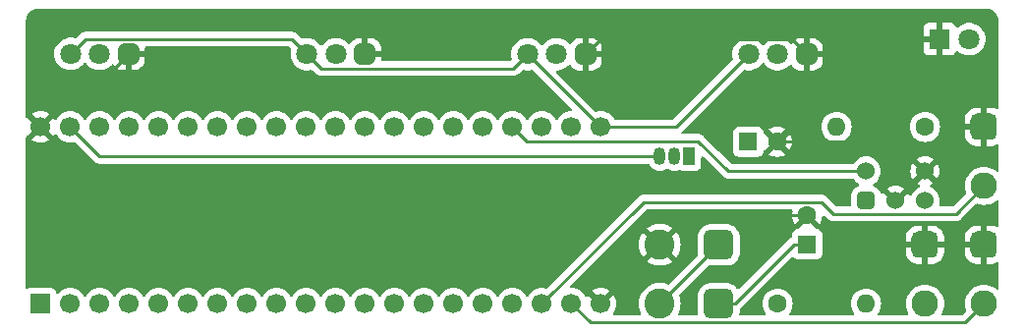
<source format=gbr>
%TF.GenerationSoftware,KiCad,Pcbnew,7.0.10*%
%TF.CreationDate,2024-01-25T23:58:25+01:00*%
%TF.ProjectId,daisy_01,64616973-795f-4303-912e-6b696361645f,rev?*%
%TF.SameCoordinates,Original*%
%TF.FileFunction,Copper,L1,Top*%
%TF.FilePolarity,Positive*%
%FSLAX46Y46*%
G04 Gerber Fmt 4.6, Leading zero omitted, Abs format (unit mm)*
G04 Created by KiCad (PCBNEW 7.0.10) date 2024-01-25 23:58:25*
%MOMM*%
%LPD*%
G01*
G04 APERTURE LIST*
G04 Aperture macros list*
%AMRoundRect*
0 Rectangle with rounded corners*
0 $1 Rounding radius*
0 $2 $3 $4 $5 $6 $7 $8 $9 X,Y pos of 4 corners*
0 Add a 4 corners polygon primitive as box body*
4,1,4,$2,$3,$4,$5,$6,$7,$8,$9,$2,$3,0*
0 Add four circle primitives for the rounded corners*
1,1,$1+$1,$2,$3*
1,1,$1+$1,$4,$5*
1,1,$1+$1,$6,$7*
1,1,$1+$1,$8,$9*
0 Add four rect primitives between the rounded corners*
20,1,$1+$1,$2,$3,$4,$5,0*
20,1,$1+$1,$4,$5,$6,$7,0*
20,1,$1+$1,$6,$7,$8,$9,0*
20,1,$1+$1,$8,$9,$2,$3,0*%
G04 Aperture macros list end*
%TA.AperFunction,ComponentPad*%
%ADD10RoundRect,0.381000X-0.381000X-0.381000X0.381000X-0.381000X0.381000X0.381000X-0.381000X0.381000X0*%
%TD*%
%TA.AperFunction,ComponentPad*%
%ADD11C,1.524000*%
%TD*%
%TA.AperFunction,ComponentPad*%
%ADD12RoundRect,0.450000X0.450000X-0.450000X0.450000X0.450000X-0.450000X0.450000X-0.450000X-0.450000X0*%
%TD*%
%TA.AperFunction,ComponentPad*%
%ADD13C,1.800000*%
%TD*%
%TA.AperFunction,ComponentPad*%
%ADD14R,1.600000X1.600000*%
%TD*%
%TA.AperFunction,ComponentPad*%
%ADD15C,1.600000*%
%TD*%
%TA.AperFunction,ComponentPad*%
%ADD16R,1.800000X1.800000*%
%TD*%
%TA.AperFunction,ComponentPad*%
%ADD17R,1.700000X1.700000*%
%TD*%
%TA.AperFunction,ComponentPad*%
%ADD18C,1.700000*%
%TD*%
%TA.AperFunction,ComponentPad*%
%ADD19RoundRect,0.650000X0.650000X0.650000X-0.650000X0.650000X-0.650000X-0.650000X0.650000X-0.650000X0*%
%TD*%
%TA.AperFunction,ComponentPad*%
%ADD20C,2.600000*%
%TD*%
%TA.AperFunction,ComponentPad*%
%ADD21RoundRect,0.571500X-0.571500X0.571500X-0.571500X-0.571500X0.571500X-0.571500X0.571500X0.571500X0*%
%TD*%
%TA.AperFunction,ComponentPad*%
%ADD22C,2.286000*%
%TD*%
%TA.AperFunction,ComponentPad*%
%ADD23R,1.050000X1.500000*%
%TD*%
%TA.AperFunction,ComponentPad*%
%ADD24O,1.050000X1.500000*%
%TD*%
%TA.AperFunction,ComponentPad*%
%ADD25O,1.600000X1.600000*%
%TD*%
%TA.AperFunction,Conductor*%
%ADD26C,0.250000*%
%TD*%
G04 APERTURE END LIST*
D10*
%TO.P,SW2,A,A*%
%TO.N,Net-(U1-A0{slash}D15)*%
X175260000Y-120650000D03*
D11*
%TO.P,SW2,B,B*%
%TO.N,Net-(U1-A1{slash}D16)*%
X180340000Y-120650000D03*
%TO.P,SW2,C,C*%
%TO.N,GND*%
X177800000Y-120650000D03*
%TO.P,SW2,S1,S1*%
X180340000Y-118110000D03*
%TO.P,SW2,S2,S2*%
%TO.N,Net-(U1-A2{slash}D17)*%
X175260000Y-118110000D03*
%TD*%
D12*
%TO.P,RV2,1,1*%
%TO.N,GND*%
X151090000Y-108040000D03*
D13*
%TO.P,RV2,2,2*%
%TO.N,Net-(U1-A4{slash}D19)*%
X148590000Y-108040000D03*
%TO.P,RV2,3,3*%
%TO.N,/A_PWR3.3*%
X146090000Y-108040000D03*
%TD*%
D14*
%TO.P,C1,1*%
%TO.N,+9V*%
X170180000Y-124420000D03*
D15*
%TO.P,C1,2*%
%TO.N,GND*%
X170180000Y-121920000D03*
%TD*%
D12*
%TO.P,RV3,1,1*%
%TO.N,GND*%
X132080000Y-108040000D03*
D13*
%TO.P,RV3,2,2*%
%TO.N,Net-(U1-A5{slash}D20)*%
X129580000Y-108040000D03*
%TO.P,RV3,3,3*%
%TO.N,/A_PWR3.3*%
X127080000Y-108040000D03*
%TD*%
D16*
%TO.P,D1,1,K*%
%TO.N,GND*%
X181610000Y-106725000D03*
D13*
%TO.P,D1,2,A*%
%TO.N,Net-(D1-A)*%
X184150000Y-106725000D03*
%TD*%
D17*
%TO.P,U1,1,D0*%
%TO.N,unconnected-(U1-D0-Pad1)*%
X104140000Y-129540000D03*
D18*
%TO.P,U1,2,D1*%
%TO.N,unconnected-(U1-D1-Pad2)*%
X106680000Y-129540000D03*
%TO.P,U1,3,D2*%
%TO.N,unconnected-(U1-D2-Pad3)*%
X109220000Y-129540000D03*
%TO.P,U1,4,D3*%
%TO.N,unconnected-(U1-D3-Pad4)*%
X111760000Y-129540000D03*
%TO.P,U1,5,D4*%
%TO.N,unconnected-(U1-D4-Pad5)*%
X114300000Y-129540000D03*
%TO.P,U1,6,D5*%
%TO.N,unconnected-(U1-D5-Pad6)*%
X116840000Y-129540000D03*
%TO.P,U1,7,D6*%
%TO.N,unconnected-(U1-D6-Pad7)*%
X119380000Y-129540000D03*
%TO.P,U1,8,D7*%
%TO.N,unconnected-(U1-D7-Pad8)*%
X121920000Y-129540000D03*
%TO.P,U1,9,D8*%
%TO.N,unconnected-(U1-D8-Pad9)*%
X124460000Y-129540000D03*
%TO.P,U1,10,D9*%
%TO.N,unconnected-(U1-D9-Pad10)*%
X127000000Y-129540000D03*
%TO.P,U1,11,D10*%
%TO.N,unconnected-(U1-D10-Pad11)*%
X129540000Y-129540000D03*
%TO.P,U1,12,D11*%
%TO.N,unconnected-(U1-D11-Pad12)*%
X132080000Y-129540000D03*
%TO.P,U1,13,D12*%
%TO.N,unconnected-(U1-D12-Pad13)*%
X134620000Y-129540000D03*
%TO.P,U1,14,D13*%
%TO.N,unconnected-(U1-D13-Pad14)*%
X137160000Y-129540000D03*
%TO.P,U1,15,D14*%
%TO.N,unconnected-(U1-D14-Pad15)*%
X139700000Y-129540000D03*
%TO.P,U1,16,Audio_In_1*%
%TO.N,Net-(J1-PadT)*%
X142240000Y-129540000D03*
%TO.P,U1,17,Audio_In_1*%
%TO.N,unconnected-(U1-Audio_In_1-Pad17)*%
X144780000Y-129540000D03*
%TO.P,U1,18,Audio_Out_1*%
%TO.N,Net-(U1-Audio_Out_1)*%
X147320000Y-129540000D03*
%TO.P,U1,19,Audio_Out_2*%
%TO.N,Net-(U1-Audio_Out_2)*%
X149860000Y-129540000D03*
%TO.P,U1,20,AGND*%
%TO.N,GND*%
X152400000Y-129540000D03*
%TO.P,U1,21,3V3_ANALOG*%
%TO.N,/A_PWR3.3*%
X152400000Y-114300000D03*
%TO.P,U1,22,A0/D15*%
%TO.N,Net-(U1-A0{slash}D15)*%
X149860000Y-114300000D03*
%TO.P,U1,23,A1/D16*%
%TO.N,Net-(U1-A1{slash}D16)*%
X147320000Y-114300000D03*
%TO.P,U1,24,A2/D17*%
%TO.N,Net-(U1-A2{slash}D17)*%
X144780000Y-114300000D03*
%TO.P,U1,25,A3/D18*%
%TO.N,Net-(U1-A3{slash}D18)*%
X142240000Y-114300000D03*
%TO.P,U1,26,A4/D19*%
%TO.N,Net-(U1-A4{slash}D19)*%
X139700000Y-114300000D03*
%TO.P,U1,27,A5/D20*%
%TO.N,Net-(U1-A5{slash}D20)*%
X137160000Y-114300000D03*
%TO.P,U1,28,A5/D21*%
%TO.N,Net-(U1-A5{slash}D21)*%
X134620000Y-114300000D03*
%TO.P,U1,29,A7/D22*%
%TO.N,unconnected-(U1-A7{slash}D22-Pad29)*%
X132080000Y-114300000D03*
%TO.P,U1,30,A8/D23*%
%TO.N,unconnected-(U1-A8{slash}D23-Pad30)*%
X129540000Y-114300000D03*
%TO.P,U1,31,A9/D24*%
%TO.N,unconnected-(U1-A9{slash}D24-Pad31)*%
X127000000Y-114300000D03*
%TO.P,U1,32,A10/D25*%
%TO.N,unconnected-(U1-A10{slash}D25-Pad32)*%
X124460000Y-114300000D03*
%TO.P,U1,33,D26*%
%TO.N,unconnected-(U1-D26-Pad33)*%
X121920000Y-114300000D03*
%TO.P,U1,34,D27*%
%TO.N,unconnected-(U1-D27-Pad34)*%
X119380000Y-114300000D03*
%TO.P,U1,35,A11/D28*%
%TO.N,unconnected-(U1-A11{slash}D28-Pad35)*%
X116840000Y-114300000D03*
%TO.P,U1,36,D29*%
%TO.N,unconnected-(U1-D29-Pad36)*%
X114300000Y-114300000D03*
%TO.P,U1,37,D30*%
%TO.N,unconnected-(U1-D30-Pad37)*%
X111760000Y-114300000D03*
%TO.P,U1,38,3V3_DIGITAL*%
%TO.N,unconnected-(U1-3V3_DIGITAL-Pad38)*%
X109220000Y-114300000D03*
%TO.P,U1,39,VIN*%
%TO.N,+9V*%
X106680000Y-114300000D03*
%TO.P,U1,40,DGND*%
%TO.N,GND*%
X104140000Y-114300000D03*
%TD*%
D12*
%TO.P,RV1,1,1*%
%TO.N,GND*%
X170140000Y-108040000D03*
D13*
%TO.P,RV1,2,2*%
%TO.N,Net-(U1-A3{slash}D18)*%
X167640000Y-108040000D03*
%TO.P,RV1,3,3*%
%TO.N,/A_PWR3.3*%
X165140000Y-108040000D03*
%TD*%
D19*
%TO.P,SW1,1,A*%
%TO.N,Net-(BT1--)*%
X162560000Y-124460000D03*
D20*
%TO.P,SW1,2,B*%
%TO.N,GND*%
X157480000Y-124460000D03*
%TD*%
D14*
%TO.P,C2,1*%
%TO.N,Net-(Q1-B)*%
X165100000Y-115570000D03*
D15*
%TO.P,C2,2*%
%TO.N,GND*%
X167600000Y-115570000D03*
%TD*%
D19*
%TO.P,BT1,1,+*%
%TO.N,+9V*%
X162560000Y-129540000D03*
D20*
%TO.P,BT1,2,-*%
%TO.N,Net-(BT1--)*%
X157480000Y-129540000D03*
%TD*%
D12*
%TO.P,RV4,1,1*%
%TO.N,GND*%
X111720000Y-107995000D03*
D13*
%TO.P,RV4,2,2*%
%TO.N,Net-(U1-A5{slash}D21)*%
X109220000Y-107995000D03*
%TO.P,RV4,3,3*%
%TO.N,/A_PWR3.3*%
X106720000Y-107995000D03*
%TD*%
D21*
%TO.P,J3,S*%
%TO.N,GND*%
X185420000Y-124460000D03*
D22*
%TO.P,J3,T*%
%TO.N,Net-(U1-Audio_Out_2)*%
X185420000Y-129540000D03*
%TD*%
D23*
%TO.P,Q1,1,E*%
%TO.N,Net-(Q1-E)*%
X160020000Y-116840000D03*
D24*
%TO.P,Q1,2,B*%
%TO.N,Net-(Q1-B)*%
X158750000Y-116840000D03*
%TO.P,Q1,3,C*%
%TO.N,+9V*%
X157480000Y-116840000D03*
%TD*%
D21*
%TO.P,J1,S*%
%TO.N,GND*%
X180340000Y-124460000D03*
D22*
%TO.P,J1,T*%
%TO.N,Net-(J1-PadT)*%
X180340000Y-129540000D03*
%TD*%
D15*
%TO.P,R2,1*%
%TO.N,Net-(Q1-B)*%
X167640000Y-129540000D03*
D25*
%TO.P,R2,2*%
%TO.N,+9V*%
X175260000Y-129540000D03*
%TD*%
D15*
%TO.P,R1,1*%
%TO.N,Net-(D1-A)*%
X180340000Y-114300000D03*
D25*
%TO.P,R1,2*%
%TO.N,Net-(Q1-E)*%
X172720000Y-114300000D03*
%TD*%
D21*
%TO.P,J2,S*%
%TO.N,GND*%
X185420000Y-114300000D03*
D22*
%TO.P,J2,T*%
%TO.N,Net-(U1-Audio_Out_1)*%
X185420000Y-119380000D03*
%TD*%
D26*
%TO.N,/A_PWR3.3*%
X144861400Y-109268600D02*
X146090000Y-108040000D01*
X152350000Y-114300000D02*
X152400000Y-114300000D01*
X152400000Y-114300000D02*
X158880000Y-114300000D01*
X125776000Y-106736000D02*
X127080000Y-108040000D01*
X106720000Y-107995000D02*
X107979000Y-106736000D01*
X158880000Y-114300000D02*
X165140000Y-108040000D01*
X107979000Y-106736000D02*
X125776000Y-106736000D01*
X146090000Y-108040000D02*
X152350000Y-114300000D01*
X127080000Y-108040000D02*
X128308600Y-109268600D01*
X128308600Y-109268600D02*
X144861400Y-109268600D01*
%TO.N,+9V*%
X106680000Y-114300000D02*
X109220000Y-116840000D01*
X169053100Y-124420000D02*
X163933100Y-129540000D01*
X109220000Y-116840000D02*
X157480000Y-116840000D01*
X163933100Y-129540000D02*
X162560000Y-129540000D01*
X170180000Y-124420000D02*
X169053100Y-124420000D01*
%TO.N,GND*%
X106437700Y-112002300D02*
X104140000Y-114300000D01*
X160020000Y-121920000D02*
X157480000Y-124460000D01*
X157480000Y-124460000D02*
X152400000Y-129540000D01*
X177800000Y-115570000D02*
X180340000Y-118110000D01*
X111720000Y-107995000D02*
X107712700Y-112002300D01*
X180340000Y-118110000D02*
X177800000Y-120650000D01*
X107712700Y-112002300D02*
X106437700Y-112002300D01*
X170140000Y-115570000D02*
X170140000Y-108040000D01*
X170180000Y-121920000D02*
X160020000Y-121920000D01*
X170140000Y-108040000D02*
X168870300Y-106770300D01*
X167600000Y-115570000D02*
X170140000Y-115570000D01*
X170140000Y-115570000D02*
X177800000Y-115570000D01*
X152359700Y-106770300D02*
X151090000Y-108040000D01*
X168870300Y-106770300D02*
X152359700Y-106770300D01*
X185420000Y-124460000D02*
X180340000Y-124460000D01*
%TO.N,Net-(BT1--)*%
X157480000Y-129540000D02*
X162560000Y-124460000D01*
%TO.N,Net-(U1-Audio_Out_1)*%
X185420000Y-119380000D02*
X183019500Y-121780500D01*
X172406800Y-121780500D02*
X171397500Y-120771200D01*
X156088800Y-120771200D02*
X147320000Y-129540000D01*
X183019500Y-121780500D02*
X172406800Y-121780500D01*
X171397500Y-120771200D02*
X156088800Y-120771200D01*
%TO.N,Net-(U1-Audio_Out_2)*%
X151490400Y-131170400D02*
X149860000Y-129540000D01*
X183789600Y-131170400D02*
X151490400Y-131170400D01*
X185420000Y-129540000D02*
X183789600Y-131170400D01*
%TO.N,Net-(U1-A2{slash}D17)*%
X146005500Y-115525500D02*
X160788500Y-115525500D01*
X163373000Y-118110000D02*
X175260000Y-118110000D01*
X160788500Y-115525500D02*
X163373000Y-118110000D01*
X144780000Y-114300000D02*
X146005500Y-115525500D01*
%TD*%
%TA.AperFunction,Conductor*%
%TO.N,GND*%
G36*
X168879797Y-121416385D02*
G01*
X168925552Y-121469189D01*
X168935496Y-121538347D01*
X168932533Y-121552793D01*
X168894860Y-121693389D01*
X168894858Y-121693400D01*
X168875034Y-121919997D01*
X168875034Y-121920002D01*
X168894858Y-122146599D01*
X168894860Y-122146610D01*
X168953730Y-122366317D01*
X168953735Y-122366331D01*
X169049863Y-122572478D01*
X169100974Y-122645472D01*
X169782046Y-121964400D01*
X169794835Y-122045148D01*
X169852359Y-122158045D01*
X169941955Y-122247641D01*
X170054852Y-122305165D01*
X170135599Y-122317953D01*
X169449352Y-123004199D01*
X169439506Y-123053194D01*
X169390890Y-123103377D01*
X169335367Y-123118049D01*
X169335423Y-123119099D01*
X169335429Y-123119146D01*
X169335426Y-123119146D01*
X169335436Y-123119324D01*
X169332123Y-123119501D01*
X169272516Y-123125908D01*
X169137671Y-123176202D01*
X169137664Y-123176206D01*
X169022455Y-123262452D01*
X169022452Y-123262455D01*
X168936206Y-123377664D01*
X168936202Y-123377671D01*
X168885908Y-123512517D01*
X168880722Y-123560762D01*
X168879501Y-123572123D01*
X168879500Y-123572135D01*
X168879500Y-123726700D01*
X168859815Y-123793739D01*
X168809418Y-123837407D01*
X168809422Y-123837413D01*
X168809392Y-123837430D01*
X168807011Y-123839494D01*
X168804746Y-123840502D01*
X168802704Y-123841385D01*
X168785465Y-123851580D01*
X168767998Y-123860137D01*
X168749369Y-123867512D01*
X168749367Y-123867514D01*
X168714026Y-123893189D01*
X168704268Y-123899599D01*
X168666680Y-123921828D01*
X168652508Y-123936000D01*
X168637723Y-123948628D01*
X168621512Y-123960407D01*
X168593671Y-123994059D01*
X168585811Y-124002696D01*
X164341804Y-128246703D01*
X164280481Y-128280188D01*
X164210789Y-128275204D01*
X164154856Y-128233332D01*
X164151824Y-128229099D01*
X164098917Y-128151865D01*
X164098906Y-128151852D01*
X163948147Y-128001093D01*
X163948141Y-128001088D01*
X163817672Y-127911715D01*
X163772237Y-127880591D01*
X163577185Y-127794468D01*
X163577183Y-127794467D01*
X163577182Y-127794467D01*
X163577176Y-127794465D01*
X163369640Y-127745652D01*
X163369624Y-127745650D01*
X163281016Y-127739500D01*
X163281012Y-127739500D01*
X161838988Y-127739500D01*
X161838984Y-127739500D01*
X161750375Y-127745650D01*
X161750359Y-127745652D01*
X161542823Y-127794465D01*
X161542817Y-127794467D01*
X161347761Y-127880592D01*
X161171858Y-128001088D01*
X161171852Y-128001093D01*
X161021093Y-128151852D01*
X161021088Y-128151858D01*
X160911447Y-128311915D01*
X160900591Y-128327763D01*
X160883531Y-128366400D01*
X160814467Y-128522817D01*
X160814465Y-128522823D01*
X160765652Y-128730359D01*
X160765650Y-128730375D01*
X160759500Y-128818984D01*
X160759500Y-130261015D01*
X160765650Y-130349624D01*
X160765652Y-130349636D01*
X160775736Y-130392509D01*
X160771924Y-130462275D01*
X160730998Y-130518904D01*
X160665954Y-130544418D01*
X160655030Y-130544900D01*
X159193633Y-130544900D01*
X159126594Y-130525215D01*
X159080839Y-130472411D01*
X159070895Y-130403253D01*
X159086246Y-130358900D01*
X159106742Y-130323400D01*
X159106742Y-130323399D01*
X159106743Y-130323398D01*
X159205334Y-130072195D01*
X159265383Y-129809103D01*
X159285549Y-129540000D01*
X159265383Y-129270897D01*
X159205334Y-129007805D01*
X159148028Y-128861795D01*
X159141860Y-128792200D01*
X159174297Y-128730316D01*
X159175714Y-128728875D01*
X161620470Y-126284119D01*
X161681791Y-126250636D01*
X161736543Y-126251097D01*
X161750370Y-126254349D01*
X161799602Y-126257766D01*
X161838984Y-126260500D01*
X161838988Y-126260500D01*
X163281016Y-126260500D01*
X163316459Y-126258039D01*
X163369630Y-126254349D01*
X163369636Y-126254347D01*
X163369640Y-126254347D01*
X163577176Y-126205534D01*
X163577174Y-126205534D01*
X163577185Y-126205532D01*
X163772237Y-126119409D01*
X163948142Y-125998911D01*
X164098911Y-125848142D01*
X164219409Y-125672237D01*
X164305532Y-125477185D01*
X164317695Y-125425468D01*
X164354347Y-125269640D01*
X164354348Y-125269635D01*
X164354349Y-125269630D01*
X164360500Y-125181012D01*
X164360500Y-123738988D01*
X164354349Y-123650370D01*
X164354347Y-123650364D01*
X164354347Y-123650359D01*
X164305534Y-123442823D01*
X164305532Y-123442817D01*
X164305532Y-123442815D01*
X164219409Y-123247763D01*
X164098911Y-123071858D01*
X164098906Y-123071852D01*
X163948147Y-122921093D01*
X163948141Y-122921088D01*
X163860189Y-122860840D01*
X163772237Y-122800591D01*
X163577185Y-122714468D01*
X163577183Y-122714467D01*
X163577182Y-122714467D01*
X163577176Y-122714465D01*
X163369640Y-122665652D01*
X163369624Y-122665650D01*
X163281016Y-122659500D01*
X163281012Y-122659500D01*
X161838988Y-122659500D01*
X161838984Y-122659500D01*
X161750375Y-122665650D01*
X161750359Y-122665652D01*
X161542823Y-122714465D01*
X161542817Y-122714467D01*
X161347761Y-122800592D01*
X161171858Y-122921088D01*
X161171852Y-122921093D01*
X161021093Y-123071852D01*
X161021088Y-123071858D01*
X160900592Y-123247761D01*
X160814467Y-123442817D01*
X160814465Y-123442823D01*
X160765652Y-123650359D01*
X160765650Y-123650375D01*
X160759500Y-123738984D01*
X160759500Y-125181015D01*
X160765650Y-125269623D01*
X160765652Y-125269635D01*
X160768904Y-125283465D01*
X160765087Y-125353231D01*
X160735877Y-125399530D01*
X158293989Y-127841418D01*
X158232666Y-127874903D01*
X158162974Y-127869919D01*
X158152511Y-127865459D01*
X158139645Y-127859263D01*
X157881773Y-127779720D01*
X157881767Y-127779718D01*
X157614936Y-127739500D01*
X157614929Y-127739500D01*
X157345071Y-127739500D01*
X157345063Y-127739500D01*
X157078232Y-127779718D01*
X157078226Y-127779720D01*
X156820358Y-127859262D01*
X156577230Y-127976346D01*
X156354258Y-128128365D01*
X156156442Y-128311910D01*
X155988185Y-128522898D01*
X155853258Y-128756599D01*
X155853256Y-128756603D01*
X155754666Y-129007804D01*
X155754664Y-129007811D01*
X155694616Y-129270898D01*
X155674451Y-129539995D01*
X155674451Y-129540004D01*
X155694616Y-129809101D01*
X155754664Y-130072188D01*
X155754666Y-130072195D01*
X155853256Y-130323396D01*
X155853257Y-130323400D01*
X155873754Y-130358900D01*
X155890227Y-130426800D01*
X155867375Y-130492827D01*
X155812453Y-130536018D01*
X155766367Y-130544900D01*
X153582608Y-130544900D01*
X153515569Y-130525215D01*
X153469814Y-130472411D01*
X153459870Y-130403253D01*
X153481034Y-130349776D01*
X153573595Y-130217585D01*
X153573599Y-130217579D01*
X153673429Y-130003492D01*
X153673433Y-130003483D01*
X153734567Y-129775326D01*
X153734569Y-129775315D01*
X153755157Y-129540001D01*
X153755157Y-129539998D01*
X153734569Y-129304684D01*
X153734567Y-129304673D01*
X153673433Y-129076516D01*
X153673429Y-129076507D01*
X153573600Y-128862423D01*
X153573599Y-128862421D01*
X153514925Y-128778626D01*
X153514925Y-128778625D01*
X152883076Y-129410474D01*
X152859493Y-129330156D01*
X152781761Y-129209202D01*
X152673100Y-129115048D01*
X152542315Y-129055320D01*
X152532533Y-129053913D01*
X153161373Y-128425073D01*
X153161373Y-128425072D01*
X153077583Y-128366402D01*
X153077579Y-128366400D01*
X152863492Y-128266570D01*
X152863483Y-128266566D01*
X152635326Y-128205432D01*
X152635315Y-128205430D01*
X152400002Y-128184843D01*
X152399998Y-128184843D01*
X152164684Y-128205430D01*
X152164673Y-128205432D01*
X151936516Y-128266566D01*
X151936507Y-128266570D01*
X151722419Y-128366401D01*
X151638625Y-128425072D01*
X152267466Y-129053913D01*
X152257685Y-129055320D01*
X152126900Y-129115048D01*
X152018239Y-129209202D01*
X151940507Y-129330156D01*
X151916923Y-129410476D01*
X151285073Y-128778626D01*
X151231881Y-128854594D01*
X151177304Y-128898219D01*
X151107806Y-128905413D01*
X151045451Y-128873891D01*
X151028730Y-128854594D01*
X150898494Y-128668597D01*
X150731402Y-128501506D01*
X150731395Y-128501501D01*
X150537834Y-128365967D01*
X150537830Y-128365965D01*
X150517399Y-128356438D01*
X150323663Y-128266097D01*
X150323659Y-128266096D01*
X150323655Y-128266094D01*
X150095413Y-128204938D01*
X150095403Y-128204936D01*
X149860001Y-128184341D01*
X149859610Y-128184341D01*
X149859444Y-128184292D01*
X149854606Y-128183869D01*
X149854691Y-128182896D01*
X149792571Y-128164656D01*
X149746816Y-128111852D01*
X149736872Y-128042694D01*
X149765897Y-127979138D01*
X149771929Y-127972660D01*
X153284586Y-124460004D01*
X155674953Y-124460004D01*
X155695113Y-124729026D01*
X155695113Y-124729028D01*
X155755142Y-124992033D01*
X155755148Y-124992052D01*
X155853709Y-125243181D01*
X155853708Y-125243181D01*
X155988602Y-125476822D01*
X156042294Y-125544151D01*
X156042295Y-125544151D01*
X156877452Y-124708993D01*
X156887188Y-124738956D01*
X156975186Y-124877619D01*
X157094903Y-124990040D01*
X157229510Y-125064041D01*
X156394848Y-125898702D01*
X156577483Y-126023220D01*
X156577485Y-126023221D01*
X156820539Y-126140269D01*
X156820537Y-126140269D01*
X157078337Y-126219790D01*
X157078343Y-126219792D01*
X157345101Y-126259999D01*
X157345110Y-126260000D01*
X157614890Y-126260000D01*
X157614898Y-126259999D01*
X157881656Y-126219792D01*
X157881662Y-126219790D01*
X158139461Y-126140269D01*
X158382521Y-126023218D01*
X158565150Y-125898702D01*
X157727534Y-125061086D01*
X157795629Y-125034126D01*
X157928492Y-124937595D01*
X158033175Y-124811055D01*
X158081631Y-124708079D01*
X158917703Y-125544151D01*
X158917704Y-125544150D01*
X158971393Y-125476828D01*
X158971400Y-125476817D01*
X159106290Y-125243181D01*
X159204851Y-124992052D01*
X159204857Y-124992033D01*
X159264886Y-124729028D01*
X159264886Y-124729026D01*
X159285047Y-124460004D01*
X159285047Y-124459995D01*
X159264886Y-124190973D01*
X159264886Y-124190971D01*
X159204857Y-123927966D01*
X159204851Y-123927947D01*
X159106290Y-123676818D01*
X159106291Y-123676818D01*
X158971397Y-123443177D01*
X158917704Y-123375847D01*
X158082546Y-124211004D01*
X158072812Y-124181044D01*
X157984814Y-124042381D01*
X157865097Y-123929960D01*
X157730489Y-123855958D01*
X158565150Y-123021296D01*
X158382517Y-122896779D01*
X158382516Y-122896778D01*
X158139460Y-122779730D01*
X158139462Y-122779730D01*
X157881662Y-122700209D01*
X157881656Y-122700207D01*
X157614898Y-122660000D01*
X157345101Y-122660000D01*
X157078343Y-122700207D01*
X157078337Y-122700209D01*
X156820538Y-122779730D01*
X156577485Y-122896778D01*
X156577476Y-122896783D01*
X156394848Y-123021296D01*
X157232465Y-123858913D01*
X157164371Y-123885874D01*
X157031508Y-123982405D01*
X156926825Y-124108945D01*
X156878368Y-124211921D01*
X156042295Y-123375848D01*
X155988600Y-123443180D01*
X155853709Y-123676818D01*
X155755148Y-123927947D01*
X155755142Y-123927966D01*
X155695113Y-124190971D01*
X155695113Y-124190973D01*
X155674953Y-124459995D01*
X155674953Y-124460004D01*
X153284586Y-124460004D01*
X154641214Y-123103377D01*
X156311572Y-121433019D01*
X156372895Y-121399534D01*
X156399253Y-121396700D01*
X168812758Y-121396700D01*
X168879797Y-121416385D01*
G37*
%TD.AperFunction*%
%TA.AperFunction,Conductor*%
G36*
X186618315Y-120613216D02*
G01*
X186670791Y-120659347D01*
X186690000Y-120725640D01*
X186690000Y-122834532D01*
X186670315Y-122901571D01*
X186617511Y-122947326D01*
X186548353Y-122957270D01*
X186513035Y-122945516D01*
X186512780Y-122946114D01*
X186319244Y-122863236D01*
X186319237Y-122863234D01*
X186119291Y-122819738D01*
X186073311Y-122817000D01*
X185670000Y-122817000D01*
X185670000Y-124024498D01*
X185562315Y-123975320D01*
X185455763Y-123960000D01*
X185384237Y-123960000D01*
X185277685Y-123975320D01*
X185170000Y-124024498D01*
X185170000Y-122817000D01*
X184766689Y-122817000D01*
X184720708Y-122819738D01*
X184520762Y-122863234D01*
X184520755Y-122863236D01*
X184332654Y-122943786D01*
X184332650Y-122943789D01*
X184163185Y-123058485D01*
X184163180Y-123058489D01*
X184018489Y-123203180D01*
X184018485Y-123203185D01*
X183903789Y-123372650D01*
X183903786Y-123372654D01*
X183823236Y-123560755D01*
X183823234Y-123560762D01*
X183779738Y-123760708D01*
X183777000Y-123806689D01*
X183777000Y-124210000D01*
X184986314Y-124210000D01*
X184960507Y-124250156D01*
X184920000Y-124388111D01*
X184920000Y-124531889D01*
X184960507Y-124669844D01*
X184986314Y-124710000D01*
X183777000Y-124710000D01*
X183777000Y-125113310D01*
X183779738Y-125159291D01*
X183823234Y-125359237D01*
X183823236Y-125359244D01*
X183903786Y-125547345D01*
X183903789Y-125547349D01*
X184018485Y-125716814D01*
X184018489Y-125716819D01*
X184163180Y-125861510D01*
X184163185Y-125861514D01*
X184332650Y-125976210D01*
X184332654Y-125976213D01*
X184520755Y-126056763D01*
X184520762Y-126056765D01*
X184720708Y-126100261D01*
X184766689Y-126103000D01*
X185170000Y-126103000D01*
X185170000Y-124895501D01*
X185277685Y-124944680D01*
X185384237Y-124960000D01*
X185455763Y-124960000D01*
X185562315Y-124944680D01*
X185670000Y-124895501D01*
X185670000Y-126103000D01*
X186073311Y-126103000D01*
X186119291Y-126100261D01*
X186319237Y-126056765D01*
X186319244Y-126056763D01*
X186512780Y-125973886D01*
X186513329Y-125975168D01*
X186574833Y-125961782D01*
X186640300Y-125986192D01*
X186682177Y-126042121D01*
X186690000Y-126085467D01*
X186690000Y-128194359D01*
X186670315Y-128261398D01*
X186617511Y-128307153D01*
X186548353Y-128317097D01*
X186485469Y-128288650D01*
X186389013Y-128206269D01*
X186389009Y-128206267D01*
X186168441Y-128071102D01*
X185939686Y-127976349D01*
X185929440Y-127972105D01*
X185929436Y-127972104D01*
X185929430Y-127972102D01*
X185677898Y-127911715D01*
X185420000Y-127891418D01*
X185162101Y-127911715D01*
X184910569Y-127972102D01*
X184910557Y-127972106D01*
X184671558Y-128071102D01*
X184450990Y-128206267D01*
X184450985Y-128206270D01*
X184254276Y-128374276D01*
X184086270Y-128570985D01*
X184086267Y-128570990D01*
X183951102Y-128791558D01*
X183852106Y-129030557D01*
X183852102Y-129030569D01*
X183791715Y-129282101D01*
X183771418Y-129540000D01*
X183791715Y-129797898D01*
X183852104Y-130049439D01*
X183871321Y-130095832D01*
X183878790Y-130165302D01*
X183847515Y-130227781D01*
X183844442Y-130230966D01*
X183566826Y-130508582D01*
X183505506Y-130542066D01*
X183479147Y-130544900D01*
X181873157Y-130544900D01*
X181806118Y-130525215D01*
X181760363Y-130472411D01*
X181750419Y-130403253D01*
X181767429Y-130356110D01*
X181771310Y-130349777D01*
X181808897Y-130288441D01*
X181907895Y-130049440D01*
X181968285Y-129797895D01*
X181988582Y-129540000D01*
X181968285Y-129282105D01*
X181907895Y-129030560D01*
X181835007Y-128854594D01*
X181808897Y-128791558D01*
X181673732Y-128570990D01*
X181673729Y-128570985D01*
X181613265Y-128500191D01*
X181505724Y-128374276D01*
X181379062Y-128266097D01*
X181309014Y-128206270D01*
X181309009Y-128206267D01*
X181088441Y-128071102D01*
X180859686Y-127976349D01*
X180849440Y-127972105D01*
X180849436Y-127972104D01*
X180849430Y-127972102D01*
X180597898Y-127911715D01*
X180340000Y-127891418D01*
X180082101Y-127911715D01*
X179830569Y-127972102D01*
X179830557Y-127972106D01*
X179591558Y-128071102D01*
X179370990Y-128206267D01*
X179370985Y-128206270D01*
X179174276Y-128374276D01*
X179006270Y-128570985D01*
X179006267Y-128570990D01*
X178871102Y-128791558D01*
X178772106Y-129030557D01*
X178772102Y-129030569D01*
X178711715Y-129282101D01*
X178691418Y-129540000D01*
X178711715Y-129797898D01*
X178772102Y-130049430D01*
X178772104Y-130049436D01*
X178772105Y-130049440D01*
X178787539Y-130086701D01*
X178871100Y-130288436D01*
X178871102Y-130288440D01*
X178871103Y-130288441D01*
X178908603Y-130349636D01*
X178912571Y-130356110D01*
X178930815Y-130423556D01*
X178909699Y-130490159D01*
X178855927Y-130534772D01*
X178806843Y-130544900D01*
X176382182Y-130544900D01*
X176315143Y-130525215D01*
X176269388Y-130472411D01*
X176259444Y-130403253D01*
X176280607Y-130349777D01*
X176325621Y-130285488D01*
X176390568Y-130192734D01*
X176486739Y-129986496D01*
X176545635Y-129766692D01*
X176565468Y-129540000D01*
X176545635Y-129313308D01*
X176486739Y-129093504D01*
X176390568Y-128887266D01*
X176260047Y-128700861D01*
X176260045Y-128700858D01*
X176099141Y-128539954D01*
X175912734Y-128409432D01*
X175912732Y-128409431D01*
X175706497Y-128313261D01*
X175706488Y-128313258D01*
X175486697Y-128254366D01*
X175486693Y-128254365D01*
X175486692Y-128254365D01*
X175486691Y-128254364D01*
X175486686Y-128254364D01*
X175260002Y-128234532D01*
X175259998Y-128234532D01*
X175033313Y-128254364D01*
X175033302Y-128254366D01*
X174813511Y-128313258D01*
X174813502Y-128313261D01*
X174607267Y-128409431D01*
X174607265Y-128409432D01*
X174420858Y-128539954D01*
X174259954Y-128700858D01*
X174129432Y-128887265D01*
X174129431Y-128887267D01*
X174033261Y-129093502D01*
X174033258Y-129093511D01*
X173974366Y-129313302D01*
X173974364Y-129313313D01*
X173954532Y-129539998D01*
X173954532Y-129540001D01*
X173974364Y-129766686D01*
X173974366Y-129766697D01*
X174033258Y-129986488D01*
X174033261Y-129986497D01*
X174129431Y-130192732D01*
X174129432Y-130192734D01*
X174239393Y-130349777D01*
X174261721Y-130415984D01*
X174244709Y-130483751D01*
X174193761Y-130531563D01*
X174137818Y-130544900D01*
X168762182Y-130544900D01*
X168695143Y-130525215D01*
X168649388Y-130472411D01*
X168639444Y-130403253D01*
X168660607Y-130349777D01*
X168705621Y-130285488D01*
X168770568Y-130192734D01*
X168866739Y-129986496D01*
X168925635Y-129766692D01*
X168945468Y-129540000D01*
X168925635Y-129313308D01*
X168866739Y-129093504D01*
X168770568Y-128887266D01*
X168640047Y-128700861D01*
X168640045Y-128700858D01*
X168479141Y-128539954D01*
X168292734Y-128409432D01*
X168292732Y-128409431D01*
X168086497Y-128313261D01*
X168086488Y-128313258D01*
X167866697Y-128254366D01*
X167866693Y-128254365D01*
X167866692Y-128254365D01*
X167866691Y-128254364D01*
X167866686Y-128254364D01*
X167640002Y-128234532D01*
X167639998Y-128234532D01*
X167413313Y-128254364D01*
X167413302Y-128254366D01*
X167193511Y-128313258D01*
X167193502Y-128313261D01*
X166987267Y-128409431D01*
X166987265Y-128409432D01*
X166800858Y-128539954D01*
X166639954Y-128700858D01*
X166509432Y-128887265D01*
X166509431Y-128887267D01*
X166413261Y-129093502D01*
X166413258Y-129093511D01*
X166354366Y-129313302D01*
X166354364Y-129313313D01*
X166334532Y-129539998D01*
X166334532Y-129540001D01*
X166354364Y-129766686D01*
X166354366Y-129766697D01*
X166413258Y-129986488D01*
X166413261Y-129986497D01*
X166509431Y-130192732D01*
X166509432Y-130192734D01*
X166619393Y-130349777D01*
X166641721Y-130415984D01*
X166624709Y-130483751D01*
X166573761Y-130531563D01*
X166517818Y-130544900D01*
X164464970Y-130544900D01*
X164397931Y-130525215D01*
X164352176Y-130472411D01*
X164342232Y-130403253D01*
X164344264Y-130392509D01*
X164347408Y-130379139D01*
X164354349Y-130349630D01*
X164358596Y-130288441D01*
X164360500Y-130261015D01*
X164360500Y-130049296D01*
X164380185Y-129982257D01*
X164388953Y-129970260D01*
X164392524Y-129965943D01*
X164400379Y-129957309D01*
X168817531Y-125540158D01*
X168878852Y-125506675D01*
X168948544Y-125511659D01*
X169004475Y-125553529D01*
X169022454Y-125577546D01*
X169022457Y-125577548D01*
X169137664Y-125663793D01*
X169137671Y-125663797D01*
X169272517Y-125714091D01*
X169272516Y-125714091D01*
X169279444Y-125714835D01*
X169332127Y-125720500D01*
X171027872Y-125720499D01*
X171087483Y-125714091D01*
X171222331Y-125663796D01*
X171337546Y-125577546D01*
X171423796Y-125462331D01*
X171474091Y-125327483D01*
X171480500Y-125267873D01*
X171480500Y-125113310D01*
X178697000Y-125113310D01*
X178699738Y-125159291D01*
X178743234Y-125359237D01*
X178743236Y-125359244D01*
X178823786Y-125547345D01*
X178823789Y-125547349D01*
X178938485Y-125716814D01*
X178938489Y-125716819D01*
X179083180Y-125861510D01*
X179083185Y-125861514D01*
X179252650Y-125976210D01*
X179252654Y-125976213D01*
X179440755Y-126056763D01*
X179440762Y-126056765D01*
X179640708Y-126100261D01*
X179686689Y-126103000D01*
X180090000Y-126103000D01*
X180090000Y-124895501D01*
X180197685Y-124944680D01*
X180304237Y-124960000D01*
X180375763Y-124960000D01*
X180482315Y-124944680D01*
X180590000Y-124895501D01*
X180590000Y-126103000D01*
X180993311Y-126103000D01*
X181039291Y-126100261D01*
X181239237Y-126056765D01*
X181239244Y-126056763D01*
X181427345Y-125976213D01*
X181427349Y-125976210D01*
X181596814Y-125861514D01*
X181596819Y-125861510D01*
X181741510Y-125716819D01*
X181741514Y-125716814D01*
X181856210Y-125547349D01*
X181856213Y-125547345D01*
X181936763Y-125359244D01*
X181936765Y-125359237D01*
X181980261Y-125159291D01*
X181983000Y-125113310D01*
X181983000Y-124710000D01*
X180773686Y-124710000D01*
X180799493Y-124669844D01*
X180840000Y-124531889D01*
X180840000Y-124388111D01*
X180799493Y-124250156D01*
X180773686Y-124210000D01*
X181983000Y-124210000D01*
X181983000Y-123806689D01*
X181980261Y-123760708D01*
X181936765Y-123560762D01*
X181936763Y-123560755D01*
X181856213Y-123372654D01*
X181856210Y-123372650D01*
X181741514Y-123203185D01*
X181741510Y-123203180D01*
X181596819Y-123058489D01*
X181596814Y-123058485D01*
X181427349Y-122943789D01*
X181427345Y-122943786D01*
X181239244Y-122863236D01*
X181239237Y-122863234D01*
X181039291Y-122819738D01*
X180993311Y-122817000D01*
X180590000Y-122817000D01*
X180590000Y-124024498D01*
X180482315Y-123975320D01*
X180375763Y-123960000D01*
X180304237Y-123960000D01*
X180197685Y-123975320D01*
X180090000Y-124024498D01*
X180090000Y-122817000D01*
X179686689Y-122817000D01*
X179640708Y-122819738D01*
X179440762Y-122863234D01*
X179440755Y-122863236D01*
X179252654Y-122943786D01*
X179252650Y-122943789D01*
X179083185Y-123058485D01*
X179083180Y-123058489D01*
X178938489Y-123203180D01*
X178938485Y-123203185D01*
X178823789Y-123372650D01*
X178823786Y-123372654D01*
X178743236Y-123560755D01*
X178743234Y-123560762D01*
X178699738Y-123760708D01*
X178697000Y-123806689D01*
X178697000Y-124210000D01*
X179906314Y-124210000D01*
X179880507Y-124250156D01*
X179840000Y-124388111D01*
X179840000Y-124531889D01*
X179880507Y-124669844D01*
X179906314Y-124710000D01*
X178697000Y-124710000D01*
X178697000Y-125113310D01*
X171480500Y-125113310D01*
X171480499Y-123572128D01*
X171474091Y-123512517D01*
X171423796Y-123377669D01*
X171423795Y-123377668D01*
X171423793Y-123377664D01*
X171337547Y-123262455D01*
X171337544Y-123262452D01*
X171222335Y-123176206D01*
X171222328Y-123176202D01*
X171087482Y-123125908D01*
X171087483Y-123125908D01*
X171027883Y-123119501D01*
X171027881Y-123119500D01*
X171027873Y-123119500D01*
X171027864Y-123119500D01*
X171024548Y-123119322D01*
X171024627Y-123117847D01*
X170963215Y-123099815D01*
X170917460Y-123047011D01*
X170909969Y-123003522D01*
X170224400Y-122317953D01*
X170305148Y-122305165D01*
X170418045Y-122247641D01*
X170507641Y-122158045D01*
X170565165Y-122045148D01*
X170577953Y-121964400D01*
X171259024Y-122645471D01*
X171310136Y-122572478D01*
X171406264Y-122366331D01*
X171406269Y-122366317D01*
X171465139Y-122146610D01*
X171465141Y-122146599D01*
X171476008Y-122022382D01*
X171501460Y-121957313D01*
X171558050Y-121916334D01*
X171627812Y-121912455D01*
X171687217Y-121945507D01*
X171905994Y-122164284D01*
X171915819Y-122176548D01*
X171916040Y-122176366D01*
X171921010Y-122182374D01*
X171970039Y-122228415D01*
X171972836Y-122231126D01*
X171992330Y-122250620D01*
X171995495Y-122253075D01*
X172004371Y-122260656D01*
X172036218Y-122290562D01*
X172036222Y-122290564D01*
X172053773Y-122300213D01*
X172070031Y-122310892D01*
X172085864Y-122323174D01*
X172121210Y-122338468D01*
X172125955Y-122340522D01*
X172136435Y-122345655D01*
X172174708Y-122366697D01*
X172194112Y-122371679D01*
X172212510Y-122377978D01*
X172230905Y-122385938D01*
X172274054Y-122392771D01*
X172285480Y-122395138D01*
X172327781Y-122406000D01*
X172347816Y-122406000D01*
X172367213Y-122407526D01*
X172386996Y-122410660D01*
X172430475Y-122406550D01*
X172442144Y-122406000D01*
X182936757Y-122406000D01*
X182952377Y-122407724D01*
X182952404Y-122407439D01*
X182960160Y-122408171D01*
X182960167Y-122408173D01*
X183027373Y-122406061D01*
X183031268Y-122406000D01*
X183058846Y-122406000D01*
X183058850Y-122406000D01*
X183062824Y-122405497D01*
X183074463Y-122404580D01*
X183118127Y-122403209D01*
X183137369Y-122397617D01*
X183156412Y-122393674D01*
X183176292Y-122391164D01*
X183216901Y-122375085D01*
X183227944Y-122371303D01*
X183269890Y-122359118D01*
X183287129Y-122348922D01*
X183304603Y-122340362D01*
X183323227Y-122332988D01*
X183323227Y-122332987D01*
X183323232Y-122332986D01*
X183358583Y-122307300D01*
X183368314Y-122300908D01*
X183405920Y-122278670D01*
X183420089Y-122264499D01*
X183434879Y-122251868D01*
X183451087Y-122240094D01*
X183478938Y-122206426D01*
X183486779Y-122197809D01*
X184729033Y-120955555D01*
X184790354Y-120922072D01*
X184860046Y-120927056D01*
X184864159Y-120928674D01*
X184910560Y-120947895D01*
X184910563Y-120947895D01*
X184910564Y-120947896D01*
X184939405Y-120954820D01*
X185162105Y-121008285D01*
X185420000Y-121028582D01*
X185677895Y-121008285D01*
X185929440Y-120947895D01*
X186168441Y-120848897D01*
X186389012Y-120713731D01*
X186485468Y-120631349D01*
X186549229Y-120602779D01*
X186618315Y-120613216D01*
G37*
%TD.AperFunction*%
%TA.AperFunction,Conductor*%
G36*
X103680507Y-114509844D02*
G01*
X103758239Y-114630798D01*
X103866900Y-114724952D01*
X103997685Y-114784680D01*
X104007466Y-114786086D01*
X103378625Y-115414925D01*
X103462421Y-115473599D01*
X103676507Y-115573429D01*
X103676516Y-115573433D01*
X103904673Y-115634567D01*
X103904684Y-115634569D01*
X104139998Y-115655157D01*
X104140002Y-115655157D01*
X104375315Y-115634569D01*
X104375326Y-115634567D01*
X104603483Y-115573433D01*
X104603492Y-115573429D01*
X104817578Y-115473600D01*
X104817582Y-115473598D01*
X104901373Y-115414926D01*
X104901373Y-115414925D01*
X104272533Y-114786086D01*
X104282315Y-114784680D01*
X104413100Y-114724952D01*
X104521761Y-114630798D01*
X104599493Y-114509844D01*
X104623076Y-114429524D01*
X105254925Y-115061373D01*
X105308119Y-114985405D01*
X105362696Y-114941781D01*
X105432195Y-114934588D01*
X105494549Y-114966110D01*
X105511269Y-114985405D01*
X105641505Y-115171401D01*
X105808599Y-115338495D01*
X105878364Y-115387345D01*
X106002165Y-115474032D01*
X106002167Y-115474033D01*
X106002170Y-115474035D01*
X106216337Y-115573903D01*
X106444592Y-115635063D01*
X106632918Y-115651539D01*
X106679999Y-115655659D01*
X106680000Y-115655659D01*
X106680001Y-115655659D01*
X106719234Y-115652226D01*
X106915408Y-115635063D01*
X107015873Y-115608143D01*
X107085722Y-115609806D01*
X107135646Y-115640236D01*
X107972892Y-116477483D01*
X108719197Y-117223788D01*
X108729022Y-117236051D01*
X108729243Y-117235869D01*
X108734211Y-117241874D01*
X108783222Y-117287899D01*
X108786021Y-117290612D01*
X108805522Y-117310114D01*
X108805526Y-117310117D01*
X108805529Y-117310120D01*
X108808702Y-117312581D01*
X108817574Y-117320159D01*
X108849418Y-117350062D01*
X108866976Y-117359714D01*
X108883235Y-117370395D01*
X108899064Y-117382673D01*
X108939155Y-117400021D01*
X108949626Y-117405151D01*
X108972180Y-117417550D01*
X108987902Y-117426194D01*
X108987904Y-117426195D01*
X108987908Y-117426197D01*
X109007316Y-117431180D01*
X109025719Y-117437481D01*
X109044101Y-117445436D01*
X109044102Y-117445436D01*
X109044104Y-117445437D01*
X109087250Y-117452270D01*
X109098672Y-117454636D01*
X109140981Y-117465500D01*
X109161016Y-117465500D01*
X109180414Y-117467026D01*
X109200194Y-117470159D01*
X109200195Y-117470160D01*
X109200195Y-117470159D01*
X109200196Y-117470160D01*
X109243675Y-117466050D01*
X109255344Y-117465500D01*
X156456946Y-117465500D01*
X156523985Y-117485185D01*
X156566304Y-117531047D01*
X156623198Y-117637488D01*
X156623203Y-117637495D01*
X156751352Y-117793647D01*
X156818055Y-117848388D01*
X156907506Y-117921798D01*
X156907509Y-117921799D01*
X156907511Y-117921801D01*
X157085654Y-118017021D01*
X157085656Y-118017021D01*
X157085659Y-118017023D01*
X157278967Y-118075662D01*
X157480000Y-118095462D01*
X157681033Y-118075662D01*
X157874341Y-118017023D01*
X158052494Y-117921798D01*
X158052498Y-117921794D01*
X158056546Y-117919631D01*
X158124949Y-117905389D01*
X158173454Y-117919631D01*
X158177502Y-117921794D01*
X158177506Y-117921798D01*
X158355659Y-118017023D01*
X158548967Y-118075662D01*
X158750000Y-118095462D01*
X158951033Y-118075662D01*
X159144341Y-118017023D01*
X159144344Y-118017021D01*
X159145423Y-118016694D01*
X159215290Y-118016070D01*
X159244380Y-118030470D01*
X159244886Y-118029546D01*
X159252671Y-118033797D01*
X159387517Y-118084091D01*
X159387516Y-118084091D01*
X159394444Y-118084835D01*
X159447127Y-118090500D01*
X160592872Y-118090499D01*
X160652483Y-118084091D01*
X160787331Y-118033796D01*
X160902546Y-117947546D01*
X160988796Y-117832331D01*
X161039091Y-117697483D01*
X161045500Y-117637873D01*
X161045499Y-116966449D01*
X161065183Y-116899412D01*
X161117987Y-116853657D01*
X161187146Y-116843713D01*
X161250702Y-116872738D01*
X161257178Y-116878768D01*
X162075891Y-117697482D01*
X162872197Y-118493788D01*
X162882022Y-118506051D01*
X162882243Y-118505869D01*
X162887211Y-118511874D01*
X162887213Y-118511876D01*
X162887214Y-118511877D01*
X162920837Y-118543451D01*
X162936222Y-118557899D01*
X162939021Y-118560612D01*
X162958522Y-118580114D01*
X162958526Y-118580117D01*
X162958529Y-118580120D01*
X162961702Y-118582581D01*
X162970574Y-118590159D01*
X163002418Y-118620062D01*
X163019976Y-118629714D01*
X163036233Y-118640393D01*
X163052064Y-118652673D01*
X163081803Y-118665542D01*
X163092152Y-118670021D01*
X163102641Y-118675160D01*
X163126457Y-118688252D01*
X163140908Y-118696197D01*
X163153523Y-118699435D01*
X163160305Y-118701177D01*
X163178719Y-118707481D01*
X163197104Y-118715438D01*
X163240261Y-118722273D01*
X163251656Y-118724632D01*
X163293981Y-118735500D01*
X163314016Y-118735500D01*
X163333413Y-118737026D01*
X163353196Y-118740160D01*
X163396675Y-118736050D01*
X163408344Y-118735500D01*
X174092200Y-118735500D01*
X174159239Y-118755185D01*
X174193775Y-118788376D01*
X174289174Y-118924620D01*
X174289175Y-118924621D01*
X174445378Y-119080824D01*
X174445384Y-119080829D01*
X174630772Y-119210639D01*
X174629243Y-119212822D01*
X174669835Y-119255210D01*
X174683207Y-119323788D01*
X174657379Y-119388709D01*
X174600553Y-119429360D01*
X174589674Y-119432601D01*
X174573230Y-119436691D01*
X174573221Y-119436694D01*
X174401456Y-119521881D01*
X174401453Y-119521883D01*
X174252010Y-119642009D01*
X174252009Y-119642010D01*
X174131883Y-119791453D01*
X174131881Y-119791456D01*
X174046694Y-119963221D01*
X174000419Y-120149291D01*
X173999302Y-120165762D01*
X173997500Y-120192343D01*
X173997500Y-120649997D01*
X173997501Y-121031000D01*
X173977817Y-121098039D01*
X173925013Y-121143794D01*
X173873501Y-121155000D01*
X172717252Y-121155000D01*
X172650213Y-121135315D01*
X172629571Y-121118681D01*
X171898303Y-120387412D01*
X171888480Y-120375150D01*
X171888259Y-120375334D01*
X171883286Y-120369322D01*
X171834276Y-120323299D01*
X171831477Y-120320586D01*
X171811977Y-120301085D01*
X171811971Y-120301080D01*
X171808786Y-120298609D01*
X171799934Y-120291048D01*
X171768082Y-120261138D01*
X171768080Y-120261136D01*
X171768077Y-120261135D01*
X171750529Y-120251488D01*
X171734263Y-120240804D01*
X171718432Y-120228524D01*
X171678349Y-120211178D01*
X171667863Y-120206041D01*
X171629594Y-120185003D01*
X171629592Y-120185002D01*
X171610193Y-120180022D01*
X171591781Y-120173718D01*
X171573398Y-120165762D01*
X171573392Y-120165760D01*
X171530260Y-120158929D01*
X171518822Y-120156561D01*
X171476520Y-120145700D01*
X171476519Y-120145700D01*
X171456484Y-120145700D01*
X171437086Y-120144173D01*
X171429662Y-120142997D01*
X171417305Y-120141040D01*
X171417304Y-120141040D01*
X171373825Y-120145150D01*
X171362156Y-120145700D01*
X156171543Y-120145700D01*
X156155922Y-120143975D01*
X156155896Y-120144261D01*
X156148134Y-120143527D01*
X156148133Y-120143527D01*
X156096488Y-120145150D01*
X156080927Y-120145639D01*
X156077032Y-120145700D01*
X156049447Y-120145700D01*
X156045461Y-120146203D01*
X156033833Y-120147118D01*
X155990173Y-120148490D01*
X155970929Y-120154081D01*
X155951879Y-120158025D01*
X155932011Y-120160534D01*
X155932010Y-120160534D01*
X155891399Y-120176613D01*
X155880354Y-120180394D01*
X155838414Y-120192579D01*
X155838410Y-120192581D01*
X155821166Y-120202779D01*
X155803705Y-120211333D01*
X155785074Y-120218710D01*
X155785062Y-120218717D01*
X155749733Y-120244385D01*
X155739973Y-120250796D01*
X155702380Y-120273029D01*
X155688214Y-120287195D01*
X155673424Y-120299827D01*
X155657214Y-120311604D01*
X155657211Y-120311607D01*
X155629373Y-120345258D01*
X155621511Y-120353897D01*
X147775646Y-128199761D01*
X147714323Y-128233246D01*
X147655873Y-128231855D01*
X147555408Y-128204937D01*
X147320001Y-128184341D01*
X147319999Y-128184341D01*
X147084596Y-128204936D01*
X147084586Y-128204938D01*
X146856344Y-128266094D01*
X146856335Y-128266098D01*
X146642171Y-128365964D01*
X146642169Y-128365965D01*
X146448597Y-128501505D01*
X146281505Y-128668597D01*
X146151575Y-128854158D01*
X146096998Y-128897783D01*
X146027500Y-128904977D01*
X145965145Y-128873454D01*
X145948425Y-128854158D01*
X145818494Y-128668597D01*
X145651402Y-128501506D01*
X145651395Y-128501501D01*
X145457834Y-128365967D01*
X145457830Y-128365965D01*
X145437399Y-128356438D01*
X145243663Y-128266097D01*
X145243659Y-128266096D01*
X145243655Y-128266094D01*
X145015413Y-128204938D01*
X145015403Y-128204936D01*
X144780001Y-128184341D01*
X144779999Y-128184341D01*
X144544596Y-128204936D01*
X144544586Y-128204938D01*
X144316344Y-128266094D01*
X144316335Y-128266098D01*
X144102171Y-128365964D01*
X144102169Y-128365965D01*
X143908597Y-128501505D01*
X143741505Y-128668597D01*
X143611575Y-128854158D01*
X143556998Y-128897783D01*
X143487500Y-128904977D01*
X143425145Y-128873454D01*
X143408425Y-128854158D01*
X143278494Y-128668597D01*
X143111402Y-128501506D01*
X143111395Y-128501501D01*
X142917834Y-128365967D01*
X142917830Y-128365965D01*
X142897399Y-128356438D01*
X142703663Y-128266097D01*
X142703659Y-128266096D01*
X142703655Y-128266094D01*
X142475413Y-128204938D01*
X142475403Y-128204936D01*
X142240001Y-128184341D01*
X142239999Y-128184341D01*
X142004596Y-128204936D01*
X142004586Y-128204938D01*
X141776344Y-128266094D01*
X141776335Y-128266098D01*
X141562171Y-128365964D01*
X141562169Y-128365965D01*
X141368597Y-128501505D01*
X141201505Y-128668597D01*
X141071575Y-128854158D01*
X141016998Y-128897783D01*
X140947500Y-128904977D01*
X140885145Y-128873454D01*
X140868425Y-128854158D01*
X140738494Y-128668597D01*
X140571402Y-128501506D01*
X140571395Y-128501501D01*
X140377834Y-128365967D01*
X140377830Y-128365965D01*
X140357399Y-128356438D01*
X140163663Y-128266097D01*
X140163659Y-128266096D01*
X140163655Y-128266094D01*
X139935413Y-128204938D01*
X139935403Y-128204936D01*
X139700001Y-128184341D01*
X139699999Y-128184341D01*
X139464596Y-128204936D01*
X139464586Y-128204938D01*
X139236344Y-128266094D01*
X139236335Y-128266098D01*
X139022171Y-128365964D01*
X139022169Y-128365965D01*
X138828597Y-128501505D01*
X138661505Y-128668597D01*
X138531575Y-128854158D01*
X138476998Y-128897783D01*
X138407500Y-128904977D01*
X138345145Y-128873454D01*
X138328425Y-128854158D01*
X138198494Y-128668597D01*
X138031402Y-128501506D01*
X138031395Y-128501501D01*
X137837834Y-128365967D01*
X137837830Y-128365965D01*
X137817399Y-128356438D01*
X137623663Y-128266097D01*
X137623659Y-128266096D01*
X137623655Y-128266094D01*
X137395413Y-128204938D01*
X137395403Y-128204936D01*
X137160001Y-128184341D01*
X137159999Y-128184341D01*
X136924596Y-128204936D01*
X136924586Y-128204938D01*
X136696344Y-128266094D01*
X136696335Y-128266098D01*
X136482171Y-128365964D01*
X136482169Y-128365965D01*
X136288597Y-128501505D01*
X136121505Y-128668597D01*
X135991575Y-128854158D01*
X135936998Y-128897783D01*
X135867500Y-128904977D01*
X135805145Y-128873454D01*
X135788425Y-128854158D01*
X135658494Y-128668597D01*
X135491402Y-128501506D01*
X135491395Y-128501501D01*
X135297834Y-128365967D01*
X135297830Y-128365965D01*
X135277399Y-128356438D01*
X135083663Y-128266097D01*
X135083659Y-128266096D01*
X135083655Y-128266094D01*
X134855413Y-128204938D01*
X134855403Y-128204936D01*
X134620001Y-128184341D01*
X134619999Y-128184341D01*
X134384596Y-128204936D01*
X134384586Y-128204938D01*
X134156344Y-128266094D01*
X134156335Y-128266098D01*
X133942171Y-128365964D01*
X133942169Y-128365965D01*
X133748597Y-128501505D01*
X133581505Y-128668597D01*
X133451575Y-128854158D01*
X133396998Y-128897783D01*
X133327500Y-128904977D01*
X133265145Y-128873454D01*
X133248425Y-128854158D01*
X133118494Y-128668597D01*
X132951402Y-128501506D01*
X132951395Y-128501501D01*
X132757834Y-128365967D01*
X132757830Y-128365965D01*
X132737399Y-128356438D01*
X132543663Y-128266097D01*
X132543659Y-128266096D01*
X132543655Y-128266094D01*
X132315413Y-128204938D01*
X132315403Y-128204936D01*
X132080001Y-128184341D01*
X132079999Y-128184341D01*
X131844596Y-128204936D01*
X131844586Y-128204938D01*
X131616344Y-128266094D01*
X131616335Y-128266098D01*
X131402171Y-128365964D01*
X131402169Y-128365965D01*
X131208597Y-128501505D01*
X131041505Y-128668597D01*
X130911575Y-128854158D01*
X130856998Y-128897783D01*
X130787500Y-128904977D01*
X130725145Y-128873454D01*
X130708425Y-128854158D01*
X130578494Y-128668597D01*
X130411402Y-128501506D01*
X130411395Y-128501501D01*
X130217834Y-128365967D01*
X130217830Y-128365965D01*
X130197399Y-128356438D01*
X130003663Y-128266097D01*
X130003659Y-128266096D01*
X130003655Y-128266094D01*
X129775413Y-128204938D01*
X129775403Y-128204936D01*
X129540001Y-128184341D01*
X129539999Y-128184341D01*
X129304596Y-128204936D01*
X129304586Y-128204938D01*
X129076344Y-128266094D01*
X129076335Y-128266098D01*
X128862171Y-128365964D01*
X128862169Y-128365965D01*
X128668597Y-128501505D01*
X128501505Y-128668597D01*
X128371575Y-128854158D01*
X128316998Y-128897783D01*
X128247500Y-128904977D01*
X128185145Y-128873454D01*
X128168425Y-128854158D01*
X128038494Y-128668597D01*
X127871402Y-128501506D01*
X127871395Y-128501501D01*
X127677834Y-128365967D01*
X127677830Y-128365965D01*
X127657399Y-128356438D01*
X127463663Y-128266097D01*
X127463659Y-128266096D01*
X127463655Y-128266094D01*
X127235413Y-128204938D01*
X127235403Y-128204936D01*
X127000001Y-128184341D01*
X126999999Y-128184341D01*
X126764596Y-128204936D01*
X126764586Y-128204938D01*
X126536344Y-128266094D01*
X126536335Y-128266098D01*
X126322171Y-128365964D01*
X126322169Y-128365965D01*
X126128597Y-128501505D01*
X125961505Y-128668597D01*
X125831575Y-128854158D01*
X125776998Y-128897783D01*
X125707500Y-128904977D01*
X125645145Y-128873454D01*
X125628425Y-128854158D01*
X125498494Y-128668597D01*
X125331402Y-128501506D01*
X125331395Y-128501501D01*
X125137834Y-128365967D01*
X125137830Y-128365965D01*
X125117399Y-128356438D01*
X124923663Y-128266097D01*
X124923659Y-128266096D01*
X124923655Y-128266094D01*
X124695413Y-128204938D01*
X124695403Y-128204936D01*
X124460001Y-128184341D01*
X124459999Y-128184341D01*
X124224596Y-128204936D01*
X124224586Y-128204938D01*
X123996344Y-128266094D01*
X123996335Y-128266098D01*
X123782171Y-128365964D01*
X123782169Y-128365965D01*
X123588597Y-128501505D01*
X123421505Y-128668597D01*
X123291575Y-128854158D01*
X123236998Y-128897783D01*
X123167500Y-128904977D01*
X123105145Y-128873454D01*
X123088425Y-128854158D01*
X122958494Y-128668597D01*
X122791402Y-128501506D01*
X122791395Y-128501501D01*
X122597834Y-128365967D01*
X122597830Y-128365965D01*
X122577399Y-128356438D01*
X122383663Y-128266097D01*
X122383659Y-128266096D01*
X122383655Y-128266094D01*
X122155413Y-128204938D01*
X122155403Y-128204936D01*
X121920001Y-128184341D01*
X121919999Y-128184341D01*
X121684596Y-128204936D01*
X121684586Y-128204938D01*
X121456344Y-128266094D01*
X121456335Y-128266098D01*
X121242171Y-128365964D01*
X121242169Y-128365965D01*
X121048597Y-128501505D01*
X120881505Y-128668597D01*
X120751575Y-128854158D01*
X120696998Y-128897783D01*
X120627500Y-128904977D01*
X120565145Y-128873454D01*
X120548425Y-128854158D01*
X120418494Y-128668597D01*
X120251402Y-128501506D01*
X120251395Y-128501501D01*
X120057834Y-128365967D01*
X120057830Y-128365965D01*
X120037399Y-128356438D01*
X119843663Y-128266097D01*
X119843659Y-128266096D01*
X119843655Y-128266094D01*
X119615413Y-128204938D01*
X119615403Y-128204936D01*
X119380001Y-128184341D01*
X119379999Y-128184341D01*
X119144596Y-128204936D01*
X119144586Y-128204938D01*
X118916344Y-128266094D01*
X118916335Y-128266098D01*
X118702171Y-128365964D01*
X118702169Y-128365965D01*
X118508597Y-128501505D01*
X118341505Y-128668597D01*
X118211575Y-128854158D01*
X118156998Y-128897783D01*
X118087500Y-128904977D01*
X118025145Y-128873454D01*
X118008425Y-128854158D01*
X117878494Y-128668597D01*
X117711402Y-128501506D01*
X117711395Y-128501501D01*
X117517834Y-128365967D01*
X117517830Y-128365965D01*
X117497399Y-128356438D01*
X117303663Y-128266097D01*
X117303659Y-128266096D01*
X117303655Y-128266094D01*
X117075413Y-128204938D01*
X117075403Y-128204936D01*
X116840001Y-128184341D01*
X116839999Y-128184341D01*
X116604596Y-128204936D01*
X116604586Y-128204938D01*
X116376344Y-128266094D01*
X116376335Y-128266098D01*
X116162171Y-128365964D01*
X116162169Y-128365965D01*
X115968597Y-128501505D01*
X115801505Y-128668597D01*
X115671575Y-128854158D01*
X115616998Y-128897783D01*
X115547500Y-128904977D01*
X115485145Y-128873454D01*
X115468425Y-128854158D01*
X115338494Y-128668597D01*
X115171402Y-128501506D01*
X115171395Y-128501501D01*
X114977834Y-128365967D01*
X114977830Y-128365965D01*
X114957399Y-128356438D01*
X114763663Y-128266097D01*
X114763659Y-128266096D01*
X114763655Y-128266094D01*
X114535413Y-128204938D01*
X114535403Y-128204936D01*
X114300001Y-128184341D01*
X114299999Y-128184341D01*
X114064596Y-128204936D01*
X114064586Y-128204938D01*
X113836344Y-128266094D01*
X113836335Y-128266098D01*
X113622171Y-128365964D01*
X113622169Y-128365965D01*
X113428597Y-128501505D01*
X113261505Y-128668597D01*
X113131575Y-128854158D01*
X113076998Y-128897783D01*
X113007500Y-128904977D01*
X112945145Y-128873454D01*
X112928425Y-128854158D01*
X112798494Y-128668597D01*
X112631402Y-128501506D01*
X112631395Y-128501501D01*
X112437834Y-128365967D01*
X112437830Y-128365965D01*
X112417399Y-128356438D01*
X112223663Y-128266097D01*
X112223659Y-128266096D01*
X112223655Y-128266094D01*
X111995413Y-128204938D01*
X111995403Y-128204936D01*
X111760001Y-128184341D01*
X111759999Y-128184341D01*
X111524596Y-128204936D01*
X111524586Y-128204938D01*
X111296344Y-128266094D01*
X111296335Y-128266098D01*
X111082171Y-128365964D01*
X111082169Y-128365965D01*
X110888597Y-128501505D01*
X110721505Y-128668597D01*
X110591575Y-128854158D01*
X110536998Y-128897783D01*
X110467500Y-128904977D01*
X110405145Y-128873454D01*
X110388425Y-128854158D01*
X110258494Y-128668597D01*
X110091402Y-128501506D01*
X110091395Y-128501501D01*
X109897834Y-128365967D01*
X109897830Y-128365965D01*
X109877399Y-128356438D01*
X109683663Y-128266097D01*
X109683659Y-128266096D01*
X109683655Y-128266094D01*
X109455413Y-128204938D01*
X109455403Y-128204936D01*
X109220001Y-128184341D01*
X109219999Y-128184341D01*
X108984596Y-128204936D01*
X108984586Y-128204938D01*
X108756344Y-128266094D01*
X108756335Y-128266098D01*
X108542171Y-128365964D01*
X108542169Y-128365965D01*
X108348597Y-128501505D01*
X108181505Y-128668597D01*
X108051575Y-128854158D01*
X107996998Y-128897783D01*
X107927500Y-128904977D01*
X107865145Y-128873454D01*
X107848425Y-128854158D01*
X107718494Y-128668597D01*
X107551402Y-128501506D01*
X107551395Y-128501501D01*
X107357834Y-128365967D01*
X107357830Y-128365965D01*
X107337399Y-128356438D01*
X107143663Y-128266097D01*
X107143659Y-128266096D01*
X107143655Y-128266094D01*
X106915413Y-128204938D01*
X106915403Y-128204936D01*
X106680001Y-128184341D01*
X106679999Y-128184341D01*
X106444596Y-128204936D01*
X106444586Y-128204938D01*
X106216344Y-128266094D01*
X106216335Y-128266098D01*
X106002171Y-128365964D01*
X106002169Y-128365965D01*
X105808600Y-128501503D01*
X105686673Y-128623430D01*
X105625350Y-128656914D01*
X105555658Y-128651930D01*
X105499725Y-128610058D01*
X105482810Y-128579081D01*
X105433797Y-128447671D01*
X105433793Y-128447664D01*
X105347547Y-128332455D01*
X105347544Y-128332452D01*
X105232335Y-128246206D01*
X105232328Y-128246202D01*
X105097482Y-128195908D01*
X105097483Y-128195908D01*
X105037883Y-128189501D01*
X105037881Y-128189500D01*
X105037873Y-128189500D01*
X105037864Y-128189500D01*
X103242129Y-128189500D01*
X103242123Y-128189501D01*
X103182516Y-128195908D01*
X103039359Y-128249303D01*
X103038261Y-128246360D01*
X102985141Y-128257910D01*
X102919679Y-128233486D01*
X102877814Y-128177548D01*
X102870000Y-128134227D01*
X102870000Y-115183128D01*
X102889685Y-115116089D01*
X102942489Y-115070334D01*
X103004808Y-115059600D01*
X103025073Y-115061373D01*
X103656923Y-114429523D01*
X103680507Y-114509844D01*
G37*
%TD.AperFunction*%
%TA.AperFunction,Conductor*%
G36*
X185696061Y-104140597D02*
G01*
X185872941Y-104158018D01*
X185896769Y-104162757D01*
X186061001Y-104212576D01*
X186083453Y-104221877D01*
X186234798Y-104302772D01*
X186255010Y-104316277D01*
X186387666Y-104425145D01*
X186404854Y-104442333D01*
X186513722Y-104574989D01*
X186527227Y-104595201D01*
X186608121Y-104746543D01*
X186617424Y-104769001D01*
X186667240Y-104933224D01*
X186671982Y-104957065D01*
X186689403Y-105133938D01*
X186690000Y-105146092D01*
X186690000Y-112674532D01*
X186670315Y-112741571D01*
X186617511Y-112787326D01*
X186548353Y-112797270D01*
X186513035Y-112785516D01*
X186512780Y-112786114D01*
X186319244Y-112703236D01*
X186319237Y-112703234D01*
X186119291Y-112659738D01*
X186073311Y-112657000D01*
X185670000Y-112657000D01*
X185670000Y-113864498D01*
X185562315Y-113815320D01*
X185455763Y-113800000D01*
X185384237Y-113800000D01*
X185277685Y-113815320D01*
X185170000Y-113864498D01*
X185170000Y-112657000D01*
X184766689Y-112657000D01*
X184720708Y-112659738D01*
X184520762Y-112703234D01*
X184520755Y-112703236D01*
X184332654Y-112783786D01*
X184332650Y-112783789D01*
X184163185Y-112898485D01*
X184163180Y-112898489D01*
X184018489Y-113043180D01*
X184018485Y-113043185D01*
X183903789Y-113212650D01*
X183903786Y-113212654D01*
X183823236Y-113400755D01*
X183823234Y-113400762D01*
X183779738Y-113600708D01*
X183777000Y-113646689D01*
X183777000Y-114050000D01*
X184986314Y-114050000D01*
X184960507Y-114090156D01*
X184920000Y-114228111D01*
X184920000Y-114371889D01*
X184960507Y-114509844D01*
X184986314Y-114550000D01*
X183777000Y-114550000D01*
X183777000Y-114953310D01*
X183779738Y-114999291D01*
X183823234Y-115199237D01*
X183823236Y-115199244D01*
X183903786Y-115387345D01*
X183903789Y-115387349D01*
X184018485Y-115556814D01*
X184018489Y-115556819D01*
X184163180Y-115701510D01*
X184163185Y-115701514D01*
X184332650Y-115816210D01*
X184332654Y-115816213D01*
X184520755Y-115896763D01*
X184520762Y-115896765D01*
X184720708Y-115940261D01*
X184766689Y-115943000D01*
X185170000Y-115943000D01*
X185170000Y-114735501D01*
X185277685Y-114784680D01*
X185384237Y-114800000D01*
X185455763Y-114800000D01*
X185562315Y-114784680D01*
X185670000Y-114735501D01*
X185670000Y-115943000D01*
X186073311Y-115943000D01*
X186119291Y-115940261D01*
X186319237Y-115896765D01*
X186319244Y-115896763D01*
X186512780Y-115813886D01*
X186513329Y-115815168D01*
X186574833Y-115801782D01*
X186640300Y-115826192D01*
X186682177Y-115882121D01*
X186690000Y-115925467D01*
X186690000Y-118034359D01*
X186670315Y-118101398D01*
X186617511Y-118147153D01*
X186548353Y-118157097D01*
X186485469Y-118128650D01*
X186389013Y-118046269D01*
X186389009Y-118046267D01*
X186168441Y-117911102D01*
X185929442Y-117812106D01*
X185929444Y-117812106D01*
X185929440Y-117812105D01*
X185929436Y-117812104D01*
X185929430Y-117812102D01*
X185677898Y-117751715D01*
X185420000Y-117731418D01*
X185162101Y-117751715D01*
X184910569Y-117812102D01*
X184910557Y-117812106D01*
X184671558Y-117911102D01*
X184450990Y-118046267D01*
X184450985Y-118046270D01*
X184254276Y-118214276D01*
X184086270Y-118410985D01*
X184086267Y-118410990D01*
X183951102Y-118631558D01*
X183852106Y-118870557D01*
X183852102Y-118870569D01*
X183791715Y-119122101D01*
X183771418Y-119380000D01*
X183791715Y-119637898D01*
X183852104Y-119889439D01*
X183871321Y-119935832D01*
X183878790Y-120005302D01*
X183847515Y-120067781D01*
X183844441Y-120070966D01*
X182796728Y-121118681D01*
X182735405Y-121152166D01*
X182709047Y-121155000D01*
X181673323Y-121155000D01*
X181606284Y-121135315D01*
X181560529Y-121082511D01*
X181550585Y-121013353D01*
X181553548Y-120998907D01*
X181576938Y-120911612D01*
X181588070Y-120870068D01*
X181607323Y-120650000D01*
X181605691Y-120631350D01*
X181593748Y-120494838D01*
X181588070Y-120429932D01*
X181530894Y-120216550D01*
X181437534Y-120016339D01*
X181310826Y-119835380D01*
X181154620Y-119679174D01*
X181154616Y-119679171D01*
X181154615Y-119679170D01*
X180973666Y-119552468D01*
X180973662Y-119552466D01*
X180844218Y-119492105D01*
X180791779Y-119445932D01*
X180772627Y-119378739D01*
X180792843Y-119311858D01*
X180844219Y-119267340D01*
X180973416Y-119207095D01*
X180973417Y-119207094D01*
X181038188Y-119161741D01*
X180367448Y-118491000D01*
X180371569Y-118491000D01*
X180465421Y-118475339D01*
X180577251Y-118414820D01*
X180663371Y-118321269D01*
X180714448Y-118204823D01*
X180720105Y-118136552D01*
X181391741Y-118808188D01*
X181437094Y-118743417D01*
X181437100Y-118743407D01*
X181530419Y-118543284D01*
X181530424Y-118543270D01*
X181587573Y-118329986D01*
X181587575Y-118329976D01*
X181606821Y-118110000D01*
X181606821Y-118109999D01*
X181587575Y-117890023D01*
X181587573Y-117890013D01*
X181530424Y-117676729D01*
X181530420Y-117676720D01*
X181437096Y-117476586D01*
X181391741Y-117411811D01*
X181391740Y-117411810D01*
X180724903Y-118078648D01*
X180724949Y-118078102D01*
X180693734Y-117954838D01*
X180624187Y-117848388D01*
X180523843Y-117770287D01*
X180403578Y-117729000D01*
X180367448Y-117729000D01*
X181038188Y-117058259D01*
X181038187Y-117058258D01*
X180973411Y-117012901D01*
X180973405Y-117012898D01*
X180773284Y-116919580D01*
X180773270Y-116919575D01*
X180559986Y-116862426D01*
X180559976Y-116862424D01*
X180340001Y-116843179D01*
X180339999Y-116843179D01*
X180120023Y-116862424D01*
X180120013Y-116862426D01*
X179906729Y-116919575D01*
X179906720Y-116919579D01*
X179706590Y-117012901D01*
X179641811Y-117058258D01*
X180312553Y-117729000D01*
X180308431Y-117729000D01*
X180214579Y-117744661D01*
X180102749Y-117805180D01*
X180016629Y-117898731D01*
X179965552Y-118015177D01*
X179959894Y-118083447D01*
X179288258Y-117411811D01*
X179242901Y-117476590D01*
X179149579Y-117676720D01*
X179149575Y-117676729D01*
X179092426Y-117890013D01*
X179092424Y-117890023D01*
X179073179Y-118109999D01*
X179073179Y-118110000D01*
X179092424Y-118329976D01*
X179092426Y-118329986D01*
X179149575Y-118543270D01*
X179149580Y-118543284D01*
X179242898Y-118743405D01*
X179242901Y-118743411D01*
X179288258Y-118808187D01*
X179288259Y-118808188D01*
X179955096Y-118141350D01*
X179955051Y-118141898D01*
X179986266Y-118265162D01*
X180055813Y-118371612D01*
X180156157Y-118449713D01*
X180276422Y-118491000D01*
X180312553Y-118491000D01*
X179641810Y-119161740D01*
X179706589Y-119207098D01*
X179835781Y-119267342D01*
X179888220Y-119313514D01*
X179907372Y-119380708D01*
X179887156Y-119447589D01*
X179835781Y-119492106D01*
X179706340Y-119552465D01*
X179706338Y-119552466D01*
X179525377Y-119679175D01*
X179369175Y-119835377D01*
X179242467Y-120016337D01*
X179182105Y-120145782D01*
X179135932Y-120198221D01*
X179068738Y-120217372D01*
X179001857Y-120197156D01*
X178957341Y-120145780D01*
X178897098Y-120016589D01*
X178897097Y-120016587D01*
X178851741Y-119951811D01*
X178851740Y-119951810D01*
X178184903Y-120618646D01*
X178184949Y-120618102D01*
X178153734Y-120494838D01*
X178084187Y-120388388D01*
X177983843Y-120310287D01*
X177863578Y-120269000D01*
X177827448Y-120269000D01*
X178498188Y-119598259D01*
X178498187Y-119598258D01*
X178433411Y-119552901D01*
X178433405Y-119552898D01*
X178233284Y-119459580D01*
X178233270Y-119459575D01*
X178019986Y-119402426D01*
X178019976Y-119402424D01*
X177800001Y-119383179D01*
X177799999Y-119383179D01*
X177580023Y-119402424D01*
X177580013Y-119402426D01*
X177366729Y-119459575D01*
X177366720Y-119459579D01*
X177166590Y-119552901D01*
X177101811Y-119598258D01*
X177772553Y-120269000D01*
X177768431Y-120269000D01*
X177674579Y-120284661D01*
X177562749Y-120345180D01*
X177476629Y-120438731D01*
X177425552Y-120555177D01*
X177419894Y-120623447D01*
X176748258Y-119951811D01*
X176699796Y-120021025D01*
X176697791Y-120019621D01*
X176654650Y-120060701D01*
X176586034Y-120073876D01*
X176521187Y-120047864D01*
X176480698Y-119990922D01*
X176477572Y-119980373D01*
X176473308Y-119963228D01*
X176473305Y-119963221D01*
X176388118Y-119791456D01*
X176388116Y-119791453D01*
X176267990Y-119642010D01*
X176267989Y-119642009D01*
X176118546Y-119521883D01*
X176118543Y-119521881D01*
X175946778Y-119436694D01*
X175946776Y-119436693D01*
X175930326Y-119432602D01*
X175870020Y-119397318D01*
X175838363Y-119335031D01*
X175845407Y-119265517D01*
X175888914Y-119210847D01*
X175889232Y-119210645D01*
X175889228Y-119210639D01*
X176015673Y-119122101D01*
X176074620Y-119080826D01*
X176230826Y-118924620D01*
X176357534Y-118743662D01*
X176450894Y-118543450D01*
X176508070Y-118330068D01*
X176527323Y-118110000D01*
X176526570Y-118101398D01*
X176519027Y-118015177D01*
X176508070Y-117889932D01*
X176450894Y-117676550D01*
X176357534Y-117476339D01*
X176275871Y-117359711D01*
X176230827Y-117295381D01*
X176159234Y-117223788D01*
X176074620Y-117139174D01*
X176074616Y-117139171D01*
X176074615Y-117139170D01*
X175893666Y-117012468D01*
X175893662Y-117012466D01*
X175794982Y-116966451D01*
X175693450Y-116919106D01*
X175693447Y-116919105D01*
X175693445Y-116919104D01*
X175480070Y-116861930D01*
X175480062Y-116861929D01*
X175260002Y-116842677D01*
X175259998Y-116842677D01*
X175039937Y-116861929D01*
X175039929Y-116861930D01*
X174826554Y-116919104D01*
X174826548Y-116919107D01*
X174626340Y-117012465D01*
X174626338Y-117012466D01*
X174445377Y-117139175D01*
X174289175Y-117295377D01*
X174193776Y-117431623D01*
X174139199Y-117475248D01*
X174092201Y-117484500D01*
X163683452Y-117484500D01*
X163616413Y-117464815D01*
X163595771Y-117448181D01*
X162565460Y-116417870D01*
X163799500Y-116417870D01*
X163799501Y-116417876D01*
X163805908Y-116477483D01*
X163856202Y-116612328D01*
X163856206Y-116612335D01*
X163942452Y-116727544D01*
X163942455Y-116727547D01*
X164057664Y-116813793D01*
X164057671Y-116813797D01*
X164192517Y-116864091D01*
X164192516Y-116864091D01*
X164199444Y-116864835D01*
X164252127Y-116870500D01*
X165947872Y-116870499D01*
X166007483Y-116864091D01*
X166142331Y-116813796D01*
X166257546Y-116727546D01*
X166343796Y-116612331D01*
X166394091Y-116477483D01*
X166400500Y-116417873D01*
X166400499Y-116417845D01*
X166400678Y-116414547D01*
X166402183Y-116414627D01*
X166420112Y-116353326D01*
X166472868Y-116307514D01*
X166516465Y-116299981D01*
X167202046Y-115614400D01*
X167214835Y-115695148D01*
X167272359Y-115808045D01*
X167361955Y-115897641D01*
X167474852Y-115955165D01*
X167555599Y-115967953D01*
X166874526Y-116649025D01*
X166947513Y-116700132D01*
X166947521Y-116700136D01*
X167153668Y-116796264D01*
X167153682Y-116796269D01*
X167373389Y-116855139D01*
X167373400Y-116855141D01*
X167599998Y-116874966D01*
X167600002Y-116874966D01*
X167826599Y-116855141D01*
X167826610Y-116855139D01*
X168046317Y-116796269D01*
X168046331Y-116796264D01*
X168252478Y-116700136D01*
X168325471Y-116649024D01*
X167644400Y-115967953D01*
X167725148Y-115955165D01*
X167838045Y-115897641D01*
X167927641Y-115808045D01*
X167985165Y-115695148D01*
X167997953Y-115614400D01*
X168679024Y-116295471D01*
X168730136Y-116222478D01*
X168826264Y-116016331D01*
X168826269Y-116016317D01*
X168885139Y-115796610D01*
X168885141Y-115796599D01*
X168904966Y-115570002D01*
X168904966Y-115569997D01*
X168885141Y-115343400D01*
X168885139Y-115343389D01*
X168826269Y-115123682D01*
X168826264Y-115123668D01*
X168730136Y-114917521D01*
X168730132Y-114917513D01*
X168679025Y-114844526D01*
X167997953Y-115525598D01*
X167985165Y-115444852D01*
X167927641Y-115331955D01*
X167838045Y-115242359D01*
X167725148Y-115184835D01*
X167644401Y-115172046D01*
X168325472Y-114490974D01*
X168252478Y-114439863D01*
X168046331Y-114343735D01*
X168046317Y-114343730D01*
X167883117Y-114300001D01*
X171414532Y-114300001D01*
X171434364Y-114526686D01*
X171434366Y-114526697D01*
X171493258Y-114746488D01*
X171493261Y-114746497D01*
X171589431Y-114952732D01*
X171589432Y-114952734D01*
X171719954Y-115139141D01*
X171880858Y-115300045D01*
X171880861Y-115300047D01*
X172067266Y-115430568D01*
X172273504Y-115526739D01*
X172493308Y-115585635D01*
X172655230Y-115599801D01*
X172719998Y-115605468D01*
X172720000Y-115605468D01*
X172720002Y-115605468D01*
X172776673Y-115600509D01*
X172946692Y-115585635D01*
X173166496Y-115526739D01*
X173372734Y-115430568D01*
X173559139Y-115300047D01*
X173720047Y-115139139D01*
X173850568Y-114952734D01*
X173946739Y-114746496D01*
X174005635Y-114526692D01*
X174025468Y-114300001D01*
X179034532Y-114300001D01*
X179054364Y-114526686D01*
X179054366Y-114526697D01*
X179113258Y-114746488D01*
X179113261Y-114746497D01*
X179209431Y-114952732D01*
X179209432Y-114952734D01*
X179339954Y-115139141D01*
X179500858Y-115300045D01*
X179500861Y-115300047D01*
X179687266Y-115430568D01*
X179893504Y-115526739D01*
X180113308Y-115585635D01*
X180275230Y-115599801D01*
X180339998Y-115605468D01*
X180340000Y-115605468D01*
X180340002Y-115605468D01*
X180396673Y-115600509D01*
X180566692Y-115585635D01*
X180786496Y-115526739D01*
X180992734Y-115430568D01*
X181179139Y-115300047D01*
X181340047Y-115139139D01*
X181470568Y-114952734D01*
X181566739Y-114746496D01*
X181625635Y-114526692D01*
X181645468Y-114300000D01*
X181644143Y-114284860D01*
X181625635Y-114073313D01*
X181625635Y-114073308D01*
X181566739Y-113853504D01*
X181470568Y-113647266D01*
X181340047Y-113460861D01*
X181340045Y-113460858D01*
X181179141Y-113299954D01*
X180992734Y-113169432D01*
X180992732Y-113169431D01*
X180786497Y-113073261D01*
X180786488Y-113073258D01*
X180566697Y-113014366D01*
X180566693Y-113014365D01*
X180566692Y-113014365D01*
X180566691Y-113014364D01*
X180566686Y-113014364D01*
X180340002Y-112994532D01*
X180339998Y-112994532D01*
X180113313Y-113014364D01*
X180113302Y-113014366D01*
X179893511Y-113073258D01*
X179893502Y-113073261D01*
X179687267Y-113169431D01*
X179687265Y-113169432D01*
X179500858Y-113299954D01*
X179339954Y-113460858D01*
X179209432Y-113647265D01*
X179209431Y-113647267D01*
X179113261Y-113853502D01*
X179113258Y-113853511D01*
X179054366Y-114073302D01*
X179054364Y-114073313D01*
X179034532Y-114299998D01*
X179034532Y-114300001D01*
X174025468Y-114300001D01*
X174025468Y-114300000D01*
X174024143Y-114284860D01*
X174005635Y-114073313D01*
X174005635Y-114073308D01*
X173946739Y-113853504D01*
X173850568Y-113647266D01*
X173720047Y-113460861D01*
X173720045Y-113460858D01*
X173559141Y-113299954D01*
X173372734Y-113169432D01*
X173372732Y-113169431D01*
X173166497Y-113073261D01*
X173166488Y-113073258D01*
X172946697Y-113014366D01*
X172946693Y-113014365D01*
X172946692Y-113014365D01*
X172946691Y-113014364D01*
X172946686Y-113014364D01*
X172720002Y-112994532D01*
X172719998Y-112994532D01*
X172493313Y-113014364D01*
X172493302Y-113014366D01*
X172273511Y-113073258D01*
X172273502Y-113073261D01*
X172067267Y-113169431D01*
X172067265Y-113169432D01*
X171880858Y-113299954D01*
X171719954Y-113460858D01*
X171589432Y-113647265D01*
X171589431Y-113647267D01*
X171493261Y-113853502D01*
X171493258Y-113853511D01*
X171434366Y-114073302D01*
X171434364Y-114073313D01*
X171414532Y-114299998D01*
X171414532Y-114300001D01*
X167883117Y-114300001D01*
X167826610Y-114284860D01*
X167826599Y-114284858D01*
X167600002Y-114265034D01*
X167599998Y-114265034D01*
X167373400Y-114284858D01*
X167373389Y-114284860D01*
X167153682Y-114343730D01*
X167153673Y-114343734D01*
X166947516Y-114439866D01*
X166947512Y-114439868D01*
X166874526Y-114490973D01*
X166874526Y-114490974D01*
X167555599Y-115172046D01*
X167474852Y-115184835D01*
X167361955Y-115242359D01*
X167272359Y-115331955D01*
X167214835Y-115444852D01*
X167202046Y-115525598D01*
X166515799Y-114839351D01*
X166466805Y-114829505D01*
X166416622Y-114780889D01*
X166401981Y-114725366D01*
X166400900Y-114725423D01*
X166400854Y-114725429D01*
X166400853Y-114725426D01*
X166400676Y-114725436D01*
X166400499Y-114722135D01*
X166400499Y-114722128D01*
X166394091Y-114662517D01*
X166346682Y-114535408D01*
X166343797Y-114527671D01*
X166343793Y-114527664D01*
X166257547Y-114412455D01*
X166257544Y-114412452D01*
X166142335Y-114326206D01*
X166142328Y-114326202D01*
X166007482Y-114275908D01*
X166007483Y-114275908D01*
X165947883Y-114269501D01*
X165947881Y-114269500D01*
X165947873Y-114269500D01*
X165947864Y-114269500D01*
X164252129Y-114269500D01*
X164252123Y-114269501D01*
X164192516Y-114275908D01*
X164057671Y-114326202D01*
X164057664Y-114326206D01*
X163942455Y-114412452D01*
X163942452Y-114412455D01*
X163856206Y-114527664D01*
X163856202Y-114527671D01*
X163805908Y-114662517D01*
X163802438Y-114694797D01*
X163799501Y-114722123D01*
X163799500Y-114722135D01*
X163799500Y-116417870D01*
X162565460Y-116417870D01*
X162455104Y-116307514D01*
X161289303Y-115141712D01*
X161279480Y-115129450D01*
X161279259Y-115129634D01*
X161274286Y-115123622D01*
X161225276Y-115077599D01*
X161222477Y-115074886D01*
X161202977Y-115055385D01*
X161202971Y-115055380D01*
X161199786Y-115052909D01*
X161190934Y-115045348D01*
X161159082Y-115015438D01*
X161159080Y-115015436D01*
X161159077Y-115015435D01*
X161141529Y-115005788D01*
X161125263Y-114995104D01*
X161112759Y-114985405D01*
X161109436Y-114982827D01*
X161109435Y-114982826D01*
X161109432Y-114982824D01*
X161069349Y-114965478D01*
X161058863Y-114960341D01*
X161020594Y-114939303D01*
X161020592Y-114939302D01*
X161001193Y-114934322D01*
X160982781Y-114928018D01*
X160964398Y-114920062D01*
X160964392Y-114920060D01*
X160921260Y-114913229D01*
X160909822Y-114910861D01*
X160867520Y-114900000D01*
X160867519Y-114900000D01*
X160847484Y-114900000D01*
X160828086Y-114898473D01*
X160820662Y-114897297D01*
X160808305Y-114895340D01*
X160808304Y-114895340D01*
X160764825Y-114899450D01*
X160753156Y-114900000D01*
X159463951Y-114900000D01*
X159396912Y-114880315D01*
X159351157Y-114827511D01*
X159341213Y-114758353D01*
X159370238Y-114694797D01*
X159376270Y-114688319D01*
X161407589Y-112657000D01*
X164641480Y-109423108D01*
X164702801Y-109389625D01*
X164769420Y-109393509D01*
X164795019Y-109402298D01*
X165023951Y-109440500D01*
X165023952Y-109440500D01*
X165256048Y-109440500D01*
X165256049Y-109440500D01*
X165484981Y-109402298D01*
X165704503Y-109326936D01*
X165908626Y-109216470D01*
X166091784Y-109073913D01*
X166248979Y-108903153D01*
X166286191Y-108846196D01*
X166339337Y-108800839D01*
X166408569Y-108791415D01*
X166471904Y-108820917D01*
X166493809Y-108846196D01*
X166531016Y-108903147D01*
X166531019Y-108903151D01*
X166531021Y-108903153D01*
X166688216Y-109073913D01*
X166688219Y-109073915D01*
X166688222Y-109073918D01*
X166871365Y-109216464D01*
X166871371Y-109216468D01*
X166871374Y-109216470D01*
X167075497Y-109326936D01*
X167189487Y-109366068D01*
X167295015Y-109402297D01*
X167295017Y-109402297D01*
X167295019Y-109402298D01*
X167523951Y-109440500D01*
X167523952Y-109440500D01*
X167756048Y-109440500D01*
X167756049Y-109440500D01*
X167984981Y-109402298D01*
X168204503Y-109326936D01*
X168408626Y-109216470D01*
X168591784Y-109073913D01*
X168683762Y-108973996D01*
X168743647Y-108938007D01*
X168813485Y-108940106D01*
X168871102Y-108979630D01*
X168884898Y-109000566D01*
X168892684Y-109015470D01*
X168892686Y-109015473D01*
X169014784Y-109165215D01*
X169164525Y-109287313D01*
X169335784Y-109376771D01*
X169521538Y-109429920D01*
X169521541Y-109429921D01*
X169634903Y-109439999D01*
X169889999Y-109439999D01*
X169890000Y-109439998D01*
X169890000Y-108475501D01*
X169997685Y-108524680D01*
X170104237Y-108540000D01*
X170175763Y-108540000D01*
X170282315Y-108524680D01*
X170390000Y-108475501D01*
X170390000Y-109439999D01*
X170645092Y-109439999D01*
X170645098Y-109439998D01*
X170758460Y-109429921D01*
X170944215Y-109376771D01*
X171115474Y-109287313D01*
X171265215Y-109165215D01*
X171387313Y-109015474D01*
X171476771Y-108844215D01*
X171529920Y-108658461D01*
X171529921Y-108658458D01*
X171539999Y-108545097D01*
X171540000Y-108545095D01*
X171540000Y-108290000D01*
X170573686Y-108290000D01*
X170599493Y-108249844D01*
X170640000Y-108111889D01*
X170640000Y-107968111D01*
X170599493Y-107830156D01*
X170573686Y-107790000D01*
X171539999Y-107790000D01*
X171539999Y-107672844D01*
X180210000Y-107672844D01*
X180216401Y-107732372D01*
X180216403Y-107732379D01*
X180266645Y-107867086D01*
X180266649Y-107867093D01*
X180352809Y-107982187D01*
X180352812Y-107982190D01*
X180467906Y-108068350D01*
X180467913Y-108068354D01*
X180602620Y-108118596D01*
X180602627Y-108118598D01*
X180662155Y-108124999D01*
X180662172Y-108125000D01*
X181360000Y-108125000D01*
X181360000Y-107099189D01*
X181412547Y-107135016D01*
X181542173Y-107175000D01*
X181643724Y-107175000D01*
X181744138Y-107159865D01*
X181860000Y-107104068D01*
X181860000Y-108125000D01*
X182557828Y-108125000D01*
X182557844Y-108124999D01*
X182617372Y-108118598D01*
X182617379Y-108118596D01*
X182752086Y-108068354D01*
X182752093Y-108068350D01*
X182867187Y-107982190D01*
X182867190Y-107982187D01*
X182953350Y-107867093D01*
X182953355Y-107867084D01*
X182982075Y-107790081D01*
X183023945Y-107734147D01*
X183089409Y-107709729D01*
X183157682Y-107724580D01*
X183189484Y-107749428D01*
X183198216Y-107758913D01*
X183198219Y-107758915D01*
X183198222Y-107758918D01*
X183381365Y-107901464D01*
X183381371Y-107901468D01*
X183381374Y-107901470D01*
X183585497Y-108011936D01*
X183667245Y-108040000D01*
X183805015Y-108087297D01*
X183805017Y-108087297D01*
X183805019Y-108087298D01*
X184033951Y-108125500D01*
X184033952Y-108125500D01*
X184266048Y-108125500D01*
X184266049Y-108125500D01*
X184494981Y-108087298D01*
X184714503Y-108011936D01*
X184918626Y-107901470D01*
X185101784Y-107758913D01*
X185258979Y-107588153D01*
X185385924Y-107393849D01*
X185479157Y-107181300D01*
X185536134Y-106956305D01*
X185536446Y-106952541D01*
X185555300Y-106725006D01*
X185555300Y-106724993D01*
X185536135Y-106493702D01*
X185536133Y-106493691D01*
X185479157Y-106268699D01*
X185385924Y-106056151D01*
X185258983Y-105861852D01*
X185258980Y-105861849D01*
X185258979Y-105861847D01*
X185101784Y-105691087D01*
X185101779Y-105691083D01*
X185101777Y-105691081D01*
X184918634Y-105548535D01*
X184918628Y-105548531D01*
X184714504Y-105438064D01*
X184714495Y-105438061D01*
X184494984Y-105362702D01*
X184307404Y-105331401D01*
X184266049Y-105324500D01*
X184033951Y-105324500D01*
X183992596Y-105331401D01*
X183805015Y-105362702D01*
X183585504Y-105438061D01*
X183585495Y-105438064D01*
X183381371Y-105548531D01*
X183381365Y-105548535D01*
X183198222Y-105691081D01*
X183198215Y-105691087D01*
X183189484Y-105700572D01*
X183129595Y-105736561D01*
X183059757Y-105734458D01*
X183002143Y-105694932D01*
X182982075Y-105659918D01*
X182953355Y-105582915D01*
X182953350Y-105582906D01*
X182867190Y-105467812D01*
X182867187Y-105467809D01*
X182752093Y-105381649D01*
X182752086Y-105381645D01*
X182617379Y-105331403D01*
X182617372Y-105331401D01*
X182557844Y-105325000D01*
X181860000Y-105325000D01*
X181860000Y-106350810D01*
X181807453Y-106314984D01*
X181677827Y-106275000D01*
X181576276Y-106275000D01*
X181475862Y-106290135D01*
X181360000Y-106345931D01*
X181360000Y-105325000D01*
X180662155Y-105325000D01*
X180602627Y-105331401D01*
X180602620Y-105331403D01*
X180467913Y-105381645D01*
X180467906Y-105381649D01*
X180352812Y-105467809D01*
X180352809Y-105467812D01*
X180266649Y-105582906D01*
X180266645Y-105582913D01*
X180216403Y-105717620D01*
X180216401Y-105717627D01*
X180210000Y-105777155D01*
X180210000Y-106475000D01*
X181234722Y-106475000D01*
X181186375Y-106558740D01*
X181156190Y-106690992D01*
X181166327Y-106826265D01*
X181215887Y-106952541D01*
X181233797Y-106975000D01*
X180210000Y-106975000D01*
X180210000Y-107672844D01*
X171539999Y-107672844D01*
X171539999Y-107534907D01*
X171539998Y-107534901D01*
X171529921Y-107421539D01*
X171476771Y-107235784D01*
X171387313Y-107064525D01*
X171265215Y-106914784D01*
X171115474Y-106792686D01*
X170944215Y-106703228D01*
X170758461Y-106650079D01*
X170758458Y-106650078D01*
X170645097Y-106640000D01*
X170390000Y-106640000D01*
X170390000Y-107604498D01*
X170282315Y-107555320D01*
X170175763Y-107540000D01*
X170104237Y-107540000D01*
X169997685Y-107555320D01*
X169890000Y-107604498D01*
X169890000Y-106640000D01*
X169634907Y-106640000D01*
X169634901Y-106640001D01*
X169521539Y-106650078D01*
X169335784Y-106703228D01*
X169164525Y-106792686D01*
X169014784Y-106914784D01*
X168892686Y-107064526D01*
X168884897Y-107079436D01*
X168836408Y-107129741D01*
X168768420Y-107145845D01*
X168702518Y-107122635D01*
X168683765Y-107106006D01*
X168591784Y-107006087D01*
X168591779Y-107006083D01*
X168591777Y-107006081D01*
X168408634Y-106863535D01*
X168408628Y-106863531D01*
X168204504Y-106753064D01*
X168204495Y-106753061D01*
X167984984Y-106677702D01*
X167767962Y-106641488D01*
X167756049Y-106639500D01*
X167523951Y-106639500D01*
X167512038Y-106641488D01*
X167295015Y-106677702D01*
X167075504Y-106753061D01*
X167075495Y-106753064D01*
X166871371Y-106863531D01*
X166871365Y-106863535D01*
X166688222Y-107006081D01*
X166688219Y-107006084D01*
X166688216Y-107006086D01*
X166688216Y-107006087D01*
X166532722Y-107175000D01*
X166531015Y-107176854D01*
X166493808Y-107233804D01*
X166440662Y-107279161D01*
X166371430Y-107288584D01*
X166308095Y-107259082D01*
X166286192Y-107233804D01*
X166248984Y-107176854D01*
X166248982Y-107176852D01*
X166248979Y-107176847D01*
X166091784Y-107006087D01*
X166091779Y-107006083D01*
X166091777Y-107006081D01*
X165908634Y-106863535D01*
X165908628Y-106863531D01*
X165704504Y-106753064D01*
X165704495Y-106753061D01*
X165484984Y-106677702D01*
X165267962Y-106641488D01*
X165256049Y-106639500D01*
X165023951Y-106639500D01*
X165012038Y-106641488D01*
X164795015Y-106677702D01*
X164575504Y-106753061D01*
X164575495Y-106753064D01*
X164371371Y-106863531D01*
X164371365Y-106863535D01*
X164188222Y-107006081D01*
X164188219Y-107006084D01*
X164188216Y-107006086D01*
X164188216Y-107006087D01*
X164134420Y-107064525D01*
X164031016Y-107176852D01*
X163904075Y-107371151D01*
X163810842Y-107583699D01*
X163753866Y-107808691D01*
X163753864Y-107808702D01*
X163734700Y-108039993D01*
X163734700Y-108040006D01*
X163753864Y-108271297D01*
X163753866Y-108271309D01*
X163791175Y-108418637D01*
X163788550Y-108488457D01*
X163758650Y-108536758D01*
X158657228Y-113638181D01*
X158595905Y-113671666D01*
X158569547Y-113674500D01*
X153675227Y-113674500D01*
X153608188Y-113654815D01*
X153573652Y-113621623D01*
X153438494Y-113428597D01*
X153271402Y-113261506D01*
X153271395Y-113261501D01*
X153077834Y-113125967D01*
X153077830Y-113125965D01*
X152964806Y-113073261D01*
X152863663Y-113026097D01*
X152863659Y-113026096D01*
X152863655Y-113026094D01*
X152635413Y-112964938D01*
X152635403Y-112964936D01*
X152400001Y-112944341D01*
X152399999Y-112944341D01*
X152164596Y-112964936D01*
X152164586Y-112964938D01*
X152024692Y-113002422D01*
X151954842Y-113000759D01*
X151904918Y-112970328D01*
X148586772Y-109652181D01*
X148553287Y-109590858D01*
X148558271Y-109521166D01*
X148600143Y-109465233D01*
X148665607Y-109440816D01*
X148674453Y-109440500D01*
X148706048Y-109440500D01*
X148706049Y-109440500D01*
X148934981Y-109402298D01*
X149154503Y-109326936D01*
X149358626Y-109216470D01*
X149541784Y-109073913D01*
X149633762Y-108973996D01*
X149693647Y-108938007D01*
X149763485Y-108940106D01*
X149821102Y-108979630D01*
X149834898Y-109000566D01*
X149842684Y-109015470D01*
X149842686Y-109015473D01*
X149964784Y-109165215D01*
X150114525Y-109287313D01*
X150285784Y-109376771D01*
X150471538Y-109429920D01*
X150471541Y-109429921D01*
X150584903Y-109439999D01*
X150839999Y-109439999D01*
X150840000Y-109439998D01*
X150840000Y-108475501D01*
X150947685Y-108524680D01*
X151054237Y-108540000D01*
X151125763Y-108540000D01*
X151232315Y-108524680D01*
X151340000Y-108475501D01*
X151340000Y-109439999D01*
X151595092Y-109439999D01*
X151595098Y-109439998D01*
X151708460Y-109429921D01*
X151894215Y-109376771D01*
X152065474Y-109287313D01*
X152215215Y-109165215D01*
X152337313Y-109015474D01*
X152426771Y-108844215D01*
X152479920Y-108658461D01*
X152479921Y-108658458D01*
X152489999Y-108545097D01*
X152490000Y-108545095D01*
X152490000Y-108290000D01*
X151523686Y-108290000D01*
X151549493Y-108249844D01*
X151590000Y-108111889D01*
X151590000Y-107968111D01*
X151549493Y-107830156D01*
X151523686Y-107790000D01*
X152489999Y-107790000D01*
X152489999Y-107534907D01*
X152489998Y-107534901D01*
X152479921Y-107421539D01*
X152426771Y-107235784D01*
X152337313Y-107064525D01*
X152215215Y-106914784D01*
X152065474Y-106792686D01*
X151894215Y-106703228D01*
X151708461Y-106650079D01*
X151708458Y-106650078D01*
X151595097Y-106640000D01*
X151340000Y-106640000D01*
X151340000Y-107604498D01*
X151232315Y-107555320D01*
X151125763Y-107540000D01*
X151054237Y-107540000D01*
X150947685Y-107555320D01*
X150840000Y-107604498D01*
X150840000Y-106640000D01*
X150584907Y-106640000D01*
X150584901Y-106640001D01*
X150471539Y-106650078D01*
X150285784Y-106703228D01*
X150114525Y-106792686D01*
X149964784Y-106914784D01*
X149842686Y-107064526D01*
X149834897Y-107079436D01*
X149786408Y-107129741D01*
X149718420Y-107145845D01*
X149652518Y-107122635D01*
X149633765Y-107106006D01*
X149541784Y-107006087D01*
X149541779Y-107006083D01*
X149541777Y-107006081D01*
X149358634Y-106863535D01*
X149358628Y-106863531D01*
X149154504Y-106753064D01*
X149154495Y-106753061D01*
X148934984Y-106677702D01*
X148717962Y-106641488D01*
X148706049Y-106639500D01*
X148473951Y-106639500D01*
X148462038Y-106641488D01*
X148245015Y-106677702D01*
X148025504Y-106753061D01*
X148025495Y-106753064D01*
X147821371Y-106863531D01*
X147821365Y-106863535D01*
X147638222Y-107006081D01*
X147638219Y-107006084D01*
X147638216Y-107006086D01*
X147638216Y-107006087D01*
X147482722Y-107175000D01*
X147481015Y-107176854D01*
X147443808Y-107233804D01*
X147390662Y-107279161D01*
X147321430Y-107288584D01*
X147258095Y-107259082D01*
X147236192Y-107233804D01*
X147198984Y-107176854D01*
X147198982Y-107176852D01*
X147198979Y-107176847D01*
X147041784Y-107006087D01*
X147041779Y-107006083D01*
X147041777Y-107006081D01*
X146858634Y-106863535D01*
X146858628Y-106863531D01*
X146654504Y-106753064D01*
X146654495Y-106753061D01*
X146434984Y-106677702D01*
X146217962Y-106641488D01*
X146206049Y-106639500D01*
X145973951Y-106639500D01*
X145962038Y-106641488D01*
X145745015Y-106677702D01*
X145525504Y-106753061D01*
X145525495Y-106753064D01*
X145321371Y-106863531D01*
X145321365Y-106863535D01*
X145138222Y-107006081D01*
X145138219Y-107006084D01*
X145138216Y-107006086D01*
X145138216Y-107006087D01*
X145084420Y-107064525D01*
X144981016Y-107176852D01*
X144854075Y-107371151D01*
X144760842Y-107583699D01*
X144703866Y-107808691D01*
X144703864Y-107808702D01*
X144684700Y-108039993D01*
X144684700Y-108040006D01*
X144703864Y-108271297D01*
X144703866Y-108271309D01*
X144741175Y-108418637D01*
X144738550Y-108488457D01*
X144708651Y-108536758D01*
X144638626Y-108606782D01*
X144577306Y-108640266D01*
X144550947Y-108643100D01*
X133604000Y-108643100D01*
X133536961Y-108623415D01*
X133491206Y-108570611D01*
X133480000Y-108519100D01*
X133480000Y-108290000D01*
X132513686Y-108290000D01*
X132539493Y-108249844D01*
X132580000Y-108111889D01*
X132580000Y-107968111D01*
X132539493Y-107830156D01*
X132513686Y-107790000D01*
X133479999Y-107790000D01*
X133479999Y-107534907D01*
X133479998Y-107534901D01*
X133469921Y-107421539D01*
X133416771Y-107235784D01*
X133327313Y-107064525D01*
X133205215Y-106914784D01*
X133055474Y-106792686D01*
X132884215Y-106703228D01*
X132698461Y-106650079D01*
X132698458Y-106650078D01*
X132585097Y-106640000D01*
X132330000Y-106640000D01*
X132330000Y-107604498D01*
X132222315Y-107555320D01*
X132115763Y-107540000D01*
X132044237Y-107540000D01*
X131937685Y-107555320D01*
X131830000Y-107604498D01*
X131830000Y-106640000D01*
X131574907Y-106640000D01*
X131574901Y-106640001D01*
X131461539Y-106650078D01*
X131275784Y-106703228D01*
X131104525Y-106792686D01*
X130954784Y-106914784D01*
X130832686Y-107064526D01*
X130824897Y-107079436D01*
X130776408Y-107129741D01*
X130708420Y-107145845D01*
X130642518Y-107122635D01*
X130623765Y-107106006D01*
X130531784Y-107006087D01*
X130531779Y-107006083D01*
X130531777Y-107006081D01*
X130348634Y-106863535D01*
X130348628Y-106863531D01*
X130144504Y-106753064D01*
X130144495Y-106753061D01*
X129924984Y-106677702D01*
X129707962Y-106641488D01*
X129696049Y-106639500D01*
X129463951Y-106639500D01*
X129452038Y-106641488D01*
X129235015Y-106677702D01*
X129015504Y-106753061D01*
X129015495Y-106753064D01*
X128811371Y-106863531D01*
X128811365Y-106863535D01*
X128628222Y-107006081D01*
X128628219Y-107006084D01*
X128628216Y-107006086D01*
X128628216Y-107006087D01*
X128472722Y-107175000D01*
X128471015Y-107176854D01*
X128433808Y-107233804D01*
X128380662Y-107279161D01*
X128311430Y-107288584D01*
X128248095Y-107259082D01*
X128226192Y-107233804D01*
X128188984Y-107176854D01*
X128188982Y-107176852D01*
X128188979Y-107176847D01*
X128031784Y-107006087D01*
X128031779Y-107006083D01*
X128031777Y-107006081D01*
X127848634Y-106863535D01*
X127848628Y-106863531D01*
X127644504Y-106753064D01*
X127644495Y-106753061D01*
X127424984Y-106677702D01*
X127207962Y-106641488D01*
X127196049Y-106639500D01*
X126963951Y-106639500D01*
X126952038Y-106641488D01*
X126735016Y-106677702D01*
X126709421Y-106686489D01*
X126639622Y-106689638D01*
X126581479Y-106656888D01*
X126276803Y-106352212D01*
X126266980Y-106339950D01*
X126266759Y-106340134D01*
X126261786Y-106334122D01*
X126212776Y-106288099D01*
X126209977Y-106285386D01*
X126190477Y-106265885D01*
X126190471Y-106265880D01*
X126187286Y-106263409D01*
X126178434Y-106255848D01*
X126146582Y-106225938D01*
X126146580Y-106225936D01*
X126146577Y-106225935D01*
X126129029Y-106216288D01*
X126112763Y-106205604D01*
X126096932Y-106193324D01*
X126056849Y-106175978D01*
X126046363Y-106170841D01*
X126008094Y-106149803D01*
X126008092Y-106149802D01*
X125988693Y-106144822D01*
X125970281Y-106138518D01*
X125951898Y-106130562D01*
X125951892Y-106130560D01*
X125908760Y-106123729D01*
X125897322Y-106121361D01*
X125855020Y-106110500D01*
X125855019Y-106110500D01*
X125834984Y-106110500D01*
X125815586Y-106108973D01*
X125808162Y-106107797D01*
X125795805Y-106105840D01*
X125795804Y-106105840D01*
X125752325Y-106109950D01*
X125740656Y-106110500D01*
X108061743Y-106110500D01*
X108046122Y-106108775D01*
X108046096Y-106109061D01*
X108038334Y-106108327D01*
X108038333Y-106108327D01*
X107986688Y-106109950D01*
X107971127Y-106110439D01*
X107967232Y-106110500D01*
X107939647Y-106110500D01*
X107935661Y-106111003D01*
X107924033Y-106111918D01*
X107880373Y-106113290D01*
X107861129Y-106118881D01*
X107842079Y-106122825D01*
X107822211Y-106125334D01*
X107822210Y-106125334D01*
X107781599Y-106141413D01*
X107770554Y-106145194D01*
X107728614Y-106157379D01*
X107728610Y-106157381D01*
X107711366Y-106167579D01*
X107693905Y-106176133D01*
X107675274Y-106183510D01*
X107675262Y-106183517D01*
X107639933Y-106209185D01*
X107630173Y-106215596D01*
X107592580Y-106237829D01*
X107578414Y-106251995D01*
X107563624Y-106264627D01*
X107547414Y-106276404D01*
X107547411Y-106276407D01*
X107519573Y-106310058D01*
X107511711Y-106318697D01*
X107218520Y-106611888D01*
X107157197Y-106645373D01*
X107090577Y-106641488D01*
X107064986Y-106632702D01*
X106874204Y-106600867D01*
X106836049Y-106594500D01*
X106603951Y-106594500D01*
X106558164Y-106602140D01*
X106375015Y-106632702D01*
X106155504Y-106708061D01*
X106155495Y-106708064D01*
X105951371Y-106818531D01*
X105951365Y-106818535D01*
X105768222Y-106961081D01*
X105768219Y-106961084D01*
X105611016Y-107131852D01*
X105484075Y-107326151D01*
X105390842Y-107538699D01*
X105333866Y-107763691D01*
X105333864Y-107763702D01*
X105314700Y-107994993D01*
X105314700Y-107995006D01*
X105333864Y-108226297D01*
X105333866Y-108226308D01*
X105390842Y-108451300D01*
X105484075Y-108663848D01*
X105611016Y-108858147D01*
X105611019Y-108858151D01*
X105611021Y-108858153D01*
X105768216Y-109028913D01*
X105768219Y-109028915D01*
X105768222Y-109028918D01*
X105951365Y-109171464D01*
X105951371Y-109171468D01*
X105951374Y-109171470D01*
X106155497Y-109281936D01*
X106269487Y-109321068D01*
X106375015Y-109357297D01*
X106375017Y-109357297D01*
X106375019Y-109357298D01*
X106603951Y-109395500D01*
X106603952Y-109395500D01*
X106836048Y-109395500D01*
X106836049Y-109395500D01*
X107064981Y-109357298D01*
X107284503Y-109281936D01*
X107488626Y-109171470D01*
X107496663Y-109165215D01*
X107613965Y-109073915D01*
X107671784Y-109028913D01*
X107828979Y-108858153D01*
X107838085Y-108844215D01*
X107866191Y-108801196D01*
X107919337Y-108755839D01*
X107988569Y-108746415D01*
X108051904Y-108775917D01*
X108073809Y-108801196D01*
X108111016Y-108858147D01*
X108111019Y-108858151D01*
X108111021Y-108858153D01*
X108268216Y-109028913D01*
X108268219Y-109028915D01*
X108268222Y-109028918D01*
X108451365Y-109171464D01*
X108451371Y-109171468D01*
X108451374Y-109171470D01*
X108655497Y-109281936D01*
X108769487Y-109321068D01*
X108875015Y-109357297D01*
X108875017Y-109357297D01*
X108875019Y-109357298D01*
X109103951Y-109395500D01*
X109103952Y-109395500D01*
X109336048Y-109395500D01*
X109336049Y-109395500D01*
X109564981Y-109357298D01*
X109784503Y-109281936D01*
X109988626Y-109171470D01*
X109996663Y-109165215D01*
X110113965Y-109073915D01*
X110171784Y-109028913D01*
X110263762Y-108928996D01*
X110323647Y-108893007D01*
X110393485Y-108895106D01*
X110451102Y-108934630D01*
X110464898Y-108955566D01*
X110472684Y-108970470D01*
X110472686Y-108970473D01*
X110594784Y-109120215D01*
X110744525Y-109242313D01*
X110915784Y-109331771D01*
X111101538Y-109384920D01*
X111101541Y-109384921D01*
X111214903Y-109394999D01*
X111469999Y-109394999D01*
X111470000Y-109394998D01*
X111470000Y-108430501D01*
X111577685Y-108479680D01*
X111684237Y-108495000D01*
X111755763Y-108495000D01*
X111862315Y-108479680D01*
X111970000Y-108430501D01*
X111970000Y-109394999D01*
X112225092Y-109394999D01*
X112225098Y-109394998D01*
X112338460Y-109384921D01*
X112524215Y-109331771D01*
X112695474Y-109242313D01*
X112845215Y-109120215D01*
X112967313Y-108970474D01*
X113056771Y-108799215D01*
X113109920Y-108613461D01*
X113109921Y-108613458D01*
X113119999Y-108500097D01*
X113120000Y-108500095D01*
X113120000Y-108245000D01*
X112153686Y-108245000D01*
X112179493Y-108204844D01*
X112220000Y-108066889D01*
X112220000Y-107923111D01*
X112179493Y-107785156D01*
X112153686Y-107745000D01*
X113119999Y-107745000D01*
X113119999Y-107487151D01*
X113120989Y-107487151D01*
X113136751Y-107423134D01*
X113187482Y-107375091D01*
X113243926Y-107361500D01*
X125465548Y-107361500D01*
X125532587Y-107381185D01*
X125553229Y-107397819D01*
X125698650Y-107543240D01*
X125732135Y-107604563D01*
X125731175Y-107661361D01*
X125693866Y-107808690D01*
X125693864Y-107808702D01*
X125674700Y-108039993D01*
X125674700Y-108040006D01*
X125693864Y-108271297D01*
X125693866Y-108271308D01*
X125750842Y-108496300D01*
X125844075Y-108708848D01*
X125971016Y-108903147D01*
X125971019Y-108903151D01*
X125971021Y-108903153D01*
X126128216Y-109073913D01*
X126128219Y-109073915D01*
X126128222Y-109073918D01*
X126311365Y-109216464D01*
X126311371Y-109216468D01*
X126311374Y-109216470D01*
X126515497Y-109326936D01*
X126629487Y-109366068D01*
X126735015Y-109402297D01*
X126735017Y-109402297D01*
X126735019Y-109402298D01*
X126963951Y-109440500D01*
X126963952Y-109440500D01*
X127196048Y-109440500D01*
X127196049Y-109440500D01*
X127424981Y-109402298D01*
X127450576Y-109393510D01*
X127520371Y-109390359D01*
X127578520Y-109423110D01*
X127807794Y-109652384D01*
X127817619Y-109664648D01*
X127817840Y-109664466D01*
X127822810Y-109670474D01*
X127871839Y-109716515D01*
X127874636Y-109719226D01*
X127894129Y-109738719D01*
X127897296Y-109741176D01*
X127906175Y-109748760D01*
X127938015Y-109778660D01*
X127938017Y-109778661D01*
X127938018Y-109778662D01*
X127955576Y-109788314D01*
X127971835Y-109798995D01*
X127987664Y-109811273D01*
X128027747Y-109828618D01*
X128038234Y-109833756D01*
X128076504Y-109854795D01*
X128076508Y-109854797D01*
X128076512Y-109854798D01*
X128095911Y-109859779D01*
X128114322Y-109866083D01*
X128132697Y-109874035D01*
X128132700Y-109874035D01*
X128132705Y-109874038D01*
X128175854Y-109880871D01*
X128187280Y-109883238D01*
X128229581Y-109894100D01*
X128249616Y-109894100D01*
X128269013Y-109895626D01*
X128288796Y-109898760D01*
X128332275Y-109894650D01*
X128343944Y-109894100D01*
X144778657Y-109894100D01*
X144794277Y-109895824D01*
X144794304Y-109895539D01*
X144802060Y-109896271D01*
X144802067Y-109896273D01*
X144869273Y-109894161D01*
X144873168Y-109894100D01*
X144900746Y-109894100D01*
X144900750Y-109894100D01*
X144904724Y-109893597D01*
X144916363Y-109892680D01*
X144960027Y-109891309D01*
X144979269Y-109885717D01*
X144998312Y-109881774D01*
X145018192Y-109879264D01*
X145058801Y-109863185D01*
X145069844Y-109859403D01*
X145111790Y-109847218D01*
X145129029Y-109837022D01*
X145146503Y-109828462D01*
X145165127Y-109821088D01*
X145165127Y-109821087D01*
X145165132Y-109821086D01*
X145200483Y-109795400D01*
X145210214Y-109789008D01*
X145247820Y-109766770D01*
X145261989Y-109752599D01*
X145276779Y-109739968D01*
X145292987Y-109728194D01*
X145320838Y-109694526D01*
X145328679Y-109685909D01*
X145591480Y-109423108D01*
X145652801Y-109389625D01*
X145719420Y-109393509D01*
X145745019Y-109402298D01*
X145973951Y-109440500D01*
X145973952Y-109440500D01*
X146206048Y-109440500D01*
X146206049Y-109440500D01*
X146434981Y-109402298D01*
X146460576Y-109393510D01*
X146530371Y-109390359D01*
X146588520Y-109423110D01*
X149901624Y-112736215D01*
X149935109Y-112797538D01*
X149930125Y-112867230D01*
X149888253Y-112923163D01*
X149824751Y-112947424D01*
X149624596Y-112964936D01*
X149624586Y-112964938D01*
X149396344Y-113026094D01*
X149396335Y-113026098D01*
X149182171Y-113125964D01*
X149182169Y-113125965D01*
X148988597Y-113261505D01*
X148821505Y-113428597D01*
X148691575Y-113614158D01*
X148636998Y-113657783D01*
X148567500Y-113664977D01*
X148505145Y-113633454D01*
X148488425Y-113614158D01*
X148358494Y-113428597D01*
X148191402Y-113261506D01*
X148191395Y-113261501D01*
X147997834Y-113125967D01*
X147997830Y-113125965D01*
X147884806Y-113073261D01*
X147783663Y-113026097D01*
X147783659Y-113026096D01*
X147783655Y-113026094D01*
X147555413Y-112964938D01*
X147555403Y-112964936D01*
X147320001Y-112944341D01*
X147319999Y-112944341D01*
X147084596Y-112964936D01*
X147084586Y-112964938D01*
X146856344Y-113026094D01*
X146856335Y-113026098D01*
X146642171Y-113125964D01*
X146642169Y-113125965D01*
X146448597Y-113261505D01*
X146281505Y-113428597D01*
X146151575Y-113614158D01*
X146096998Y-113657783D01*
X146027500Y-113664977D01*
X145965145Y-113633454D01*
X145948425Y-113614158D01*
X145818494Y-113428597D01*
X145651402Y-113261506D01*
X145651395Y-113261501D01*
X145457834Y-113125967D01*
X145457830Y-113125965D01*
X145344806Y-113073261D01*
X145243663Y-113026097D01*
X145243659Y-113026096D01*
X145243655Y-113026094D01*
X145015413Y-112964938D01*
X145015403Y-112964936D01*
X144780001Y-112944341D01*
X144779999Y-112944341D01*
X144544596Y-112964936D01*
X144544586Y-112964938D01*
X144316344Y-113026094D01*
X144316335Y-113026098D01*
X144102171Y-113125964D01*
X144102169Y-113125965D01*
X143908597Y-113261505D01*
X143741505Y-113428597D01*
X143611575Y-113614158D01*
X143556998Y-113657783D01*
X143487500Y-113664977D01*
X143425145Y-113633454D01*
X143408425Y-113614158D01*
X143278494Y-113428597D01*
X143111402Y-113261506D01*
X143111395Y-113261501D01*
X142917834Y-113125967D01*
X142917830Y-113125965D01*
X142804806Y-113073261D01*
X142703663Y-113026097D01*
X142703659Y-113026096D01*
X142703655Y-113026094D01*
X142475413Y-112964938D01*
X142475403Y-112964936D01*
X142240001Y-112944341D01*
X142239999Y-112944341D01*
X142004596Y-112964936D01*
X142004586Y-112964938D01*
X141776344Y-113026094D01*
X141776335Y-113026098D01*
X141562171Y-113125964D01*
X141562169Y-113125965D01*
X141368597Y-113261505D01*
X141201505Y-113428597D01*
X141071575Y-113614158D01*
X141016998Y-113657783D01*
X140947500Y-113664977D01*
X140885145Y-113633454D01*
X140868425Y-113614158D01*
X140738494Y-113428597D01*
X140571402Y-113261506D01*
X140571395Y-113261501D01*
X140377834Y-113125967D01*
X140377830Y-113125965D01*
X140264806Y-113073261D01*
X140163663Y-113026097D01*
X140163659Y-113026096D01*
X140163655Y-113026094D01*
X139935413Y-112964938D01*
X139935403Y-112964936D01*
X139700001Y-112944341D01*
X139699999Y-112944341D01*
X139464596Y-112964936D01*
X139464586Y-112964938D01*
X139236344Y-113026094D01*
X139236335Y-113026098D01*
X139022171Y-113125964D01*
X139022169Y-113125965D01*
X138828597Y-113261505D01*
X138661505Y-113428597D01*
X138531575Y-113614158D01*
X138476998Y-113657783D01*
X138407500Y-113664977D01*
X138345145Y-113633454D01*
X138328425Y-113614158D01*
X138198494Y-113428597D01*
X138031402Y-113261506D01*
X138031395Y-113261501D01*
X137837834Y-113125967D01*
X137837830Y-113125965D01*
X137724806Y-113073261D01*
X137623663Y-113026097D01*
X137623659Y-113026096D01*
X137623655Y-113026094D01*
X137395413Y-112964938D01*
X137395403Y-112964936D01*
X137160001Y-112944341D01*
X137159999Y-112944341D01*
X136924596Y-112964936D01*
X136924586Y-112964938D01*
X136696344Y-113026094D01*
X136696335Y-113026098D01*
X136482171Y-113125964D01*
X136482169Y-113125965D01*
X136288597Y-113261505D01*
X136121505Y-113428597D01*
X135991575Y-113614158D01*
X135936998Y-113657783D01*
X135867500Y-113664977D01*
X135805145Y-113633454D01*
X135788425Y-113614158D01*
X135658494Y-113428597D01*
X135491402Y-113261506D01*
X135491395Y-113261501D01*
X135297834Y-113125967D01*
X135297830Y-113125965D01*
X135184806Y-113073261D01*
X135083663Y-113026097D01*
X135083659Y-113026096D01*
X135083655Y-113026094D01*
X134855413Y-112964938D01*
X134855403Y-112964936D01*
X134620001Y-112944341D01*
X134619999Y-112944341D01*
X134384596Y-112964936D01*
X134384586Y-112964938D01*
X134156344Y-113026094D01*
X134156335Y-113026098D01*
X133942171Y-113125964D01*
X133942169Y-113125965D01*
X133748597Y-113261505D01*
X133581505Y-113428597D01*
X133451575Y-113614158D01*
X133396998Y-113657783D01*
X133327500Y-113664977D01*
X133265145Y-113633454D01*
X133248425Y-113614158D01*
X133118494Y-113428597D01*
X132951402Y-113261506D01*
X132951395Y-113261501D01*
X132757834Y-113125967D01*
X132757830Y-113125965D01*
X132644806Y-113073261D01*
X132543663Y-113026097D01*
X132543659Y-113026096D01*
X132543655Y-113026094D01*
X132315413Y-112964938D01*
X132315403Y-112964936D01*
X132080001Y-112944341D01*
X132079999Y-112944341D01*
X131844596Y-112964936D01*
X131844586Y-112964938D01*
X131616344Y-113026094D01*
X131616335Y-113026098D01*
X131402171Y-113125964D01*
X131402169Y-113125965D01*
X131208597Y-113261505D01*
X131041505Y-113428597D01*
X130911575Y-113614158D01*
X130856998Y-113657783D01*
X130787500Y-113664977D01*
X130725145Y-113633454D01*
X130708425Y-113614158D01*
X130578494Y-113428597D01*
X130411402Y-113261506D01*
X130411395Y-113261501D01*
X130217834Y-113125967D01*
X130217830Y-113125965D01*
X130104806Y-113073261D01*
X130003663Y-113026097D01*
X130003659Y-113026096D01*
X130003655Y-113026094D01*
X129775413Y-112964938D01*
X129775403Y-112964936D01*
X129540001Y-112944341D01*
X129539999Y-112944341D01*
X129304596Y-112964936D01*
X129304586Y-112964938D01*
X129076344Y-113026094D01*
X129076335Y-113026098D01*
X128862171Y-113125964D01*
X128862169Y-113125965D01*
X128668597Y-113261505D01*
X128501505Y-113428597D01*
X128371575Y-113614158D01*
X128316998Y-113657783D01*
X128247500Y-113664977D01*
X128185145Y-113633454D01*
X128168425Y-113614158D01*
X128038494Y-113428597D01*
X127871402Y-113261506D01*
X127871395Y-113261501D01*
X127677834Y-113125967D01*
X127677830Y-113125965D01*
X127564806Y-113073261D01*
X127463663Y-113026097D01*
X127463659Y-113026096D01*
X127463655Y-113026094D01*
X127235413Y-112964938D01*
X127235403Y-112964936D01*
X127000001Y-112944341D01*
X126999999Y-112944341D01*
X126764596Y-112964936D01*
X126764586Y-112964938D01*
X126536344Y-113026094D01*
X126536335Y-113026098D01*
X126322171Y-113125964D01*
X126322169Y-113125965D01*
X126128597Y-113261505D01*
X125961505Y-113428597D01*
X125831575Y-113614158D01*
X125776998Y-113657783D01*
X125707500Y-113664977D01*
X125645145Y-113633454D01*
X125628425Y-113614158D01*
X125498494Y-113428597D01*
X125331402Y-113261506D01*
X125331395Y-113261501D01*
X125137834Y-113125967D01*
X125137830Y-113125965D01*
X125024806Y-113073261D01*
X124923663Y-113026097D01*
X124923659Y-113026096D01*
X124923655Y-113026094D01*
X124695413Y-112964938D01*
X124695403Y-112964936D01*
X124460001Y-112944341D01*
X124459999Y-112944341D01*
X124224596Y-112964936D01*
X124224586Y-112964938D01*
X123996344Y-113026094D01*
X123996335Y-113026098D01*
X123782171Y-113125964D01*
X123782169Y-113125965D01*
X123588597Y-113261505D01*
X123421505Y-113428597D01*
X123291575Y-113614158D01*
X123236998Y-113657783D01*
X123167500Y-113664977D01*
X123105145Y-113633454D01*
X123088425Y-113614158D01*
X122958494Y-113428597D01*
X122791402Y-113261506D01*
X122791395Y-113261501D01*
X122597834Y-113125967D01*
X122597830Y-113125965D01*
X122484806Y-113073261D01*
X122383663Y-113026097D01*
X122383659Y-113026096D01*
X122383655Y-113026094D01*
X122155413Y-112964938D01*
X122155403Y-112964936D01*
X121920001Y-112944341D01*
X121919999Y-112944341D01*
X121684596Y-112964936D01*
X121684586Y-112964938D01*
X121456344Y-113026094D01*
X121456335Y-113026098D01*
X121242171Y-113125964D01*
X121242169Y-113125965D01*
X121048597Y-113261505D01*
X120881505Y-113428597D01*
X120751575Y-113614158D01*
X120696998Y-113657783D01*
X120627500Y-113664977D01*
X120565145Y-113633454D01*
X120548425Y-113614158D01*
X120418494Y-113428597D01*
X120251402Y-113261506D01*
X120251395Y-113261501D01*
X120057834Y-113125967D01*
X120057830Y-113125965D01*
X119944806Y-113073261D01*
X119843663Y-113026097D01*
X119843659Y-113026096D01*
X119843655Y-113026094D01*
X119615413Y-112964938D01*
X119615403Y-112964936D01*
X119380001Y-112944341D01*
X119379999Y-112944341D01*
X119144596Y-112964936D01*
X119144586Y-112964938D01*
X118916344Y-113026094D01*
X118916335Y-113026098D01*
X118702171Y-113125964D01*
X118702169Y-113125965D01*
X118508597Y-113261505D01*
X118341505Y-113428597D01*
X118211575Y-113614158D01*
X118156998Y-113657783D01*
X118087500Y-113664977D01*
X118025145Y-113633454D01*
X118008425Y-113614158D01*
X117878494Y-113428597D01*
X117711402Y-113261506D01*
X117711395Y-113261501D01*
X117517834Y-113125967D01*
X117517830Y-113125965D01*
X117404806Y-113073261D01*
X117303663Y-113026097D01*
X117303659Y-113026096D01*
X117303655Y-113026094D01*
X117075413Y-112964938D01*
X117075403Y-112964936D01*
X116840001Y-112944341D01*
X116839999Y-112944341D01*
X116604596Y-112964936D01*
X116604586Y-112964938D01*
X116376344Y-113026094D01*
X116376335Y-113026098D01*
X116162171Y-113125964D01*
X116162169Y-113125965D01*
X115968597Y-113261505D01*
X115801505Y-113428597D01*
X115671575Y-113614158D01*
X115616998Y-113657783D01*
X115547500Y-113664977D01*
X115485145Y-113633454D01*
X115468425Y-113614158D01*
X115338494Y-113428597D01*
X115171402Y-113261506D01*
X115171395Y-113261501D01*
X114977834Y-113125967D01*
X114977830Y-113125965D01*
X114864806Y-113073261D01*
X114763663Y-113026097D01*
X114763659Y-113026096D01*
X114763655Y-113026094D01*
X114535413Y-112964938D01*
X114535403Y-112964936D01*
X114300001Y-112944341D01*
X114299999Y-112944341D01*
X114064596Y-112964936D01*
X114064586Y-112964938D01*
X113836344Y-113026094D01*
X113836335Y-113026098D01*
X113622171Y-113125964D01*
X113622169Y-113125965D01*
X113428597Y-113261505D01*
X113261505Y-113428597D01*
X113131575Y-113614158D01*
X113076998Y-113657783D01*
X113007500Y-113664977D01*
X112945145Y-113633454D01*
X112928425Y-113614158D01*
X112798494Y-113428597D01*
X112631402Y-113261506D01*
X112631395Y-113261501D01*
X112437834Y-113125967D01*
X112437830Y-113125965D01*
X112324806Y-113073261D01*
X112223663Y-113026097D01*
X112223659Y-113026096D01*
X112223655Y-113026094D01*
X111995413Y-112964938D01*
X111995403Y-112964936D01*
X111760001Y-112944341D01*
X111759999Y-112944341D01*
X111524596Y-112964936D01*
X111524586Y-112964938D01*
X111296344Y-113026094D01*
X111296335Y-113026098D01*
X111082171Y-113125964D01*
X111082169Y-113125965D01*
X110888597Y-113261505D01*
X110721505Y-113428597D01*
X110591575Y-113614158D01*
X110536998Y-113657783D01*
X110467500Y-113664977D01*
X110405145Y-113633454D01*
X110388425Y-113614158D01*
X110258494Y-113428597D01*
X110091402Y-113261506D01*
X110091395Y-113261501D01*
X109897834Y-113125967D01*
X109897830Y-113125965D01*
X109784806Y-113073261D01*
X109683663Y-113026097D01*
X109683659Y-113026096D01*
X109683655Y-113026094D01*
X109455413Y-112964938D01*
X109455403Y-112964936D01*
X109220001Y-112944341D01*
X109219999Y-112944341D01*
X108984596Y-112964936D01*
X108984586Y-112964938D01*
X108756344Y-113026094D01*
X108756335Y-113026098D01*
X108542171Y-113125964D01*
X108542169Y-113125965D01*
X108348597Y-113261505D01*
X108181505Y-113428597D01*
X108051575Y-113614158D01*
X107996998Y-113657783D01*
X107927500Y-113664977D01*
X107865145Y-113633454D01*
X107848425Y-113614158D01*
X107718494Y-113428597D01*
X107551402Y-113261506D01*
X107551395Y-113261501D01*
X107357834Y-113125967D01*
X107357830Y-113125965D01*
X107244806Y-113073261D01*
X107143663Y-113026097D01*
X107143659Y-113026096D01*
X107143655Y-113026094D01*
X106915413Y-112964938D01*
X106915403Y-112964936D01*
X106680001Y-112944341D01*
X106679999Y-112944341D01*
X106444596Y-112964936D01*
X106444586Y-112964938D01*
X106216344Y-113026094D01*
X106216335Y-113026098D01*
X106002171Y-113125964D01*
X106002169Y-113125965D01*
X105808597Y-113261505D01*
X105641505Y-113428597D01*
X105511269Y-113614595D01*
X105456692Y-113658220D01*
X105387194Y-113665414D01*
X105324839Y-113633891D01*
X105308119Y-113614595D01*
X105254925Y-113538626D01*
X105254925Y-113538625D01*
X104623076Y-114170475D01*
X104599493Y-114090156D01*
X104521761Y-113969202D01*
X104413100Y-113875048D01*
X104282315Y-113815320D01*
X104272533Y-113813913D01*
X104901373Y-113185073D01*
X104901373Y-113185072D01*
X104817583Y-113126402D01*
X104817579Y-113126400D01*
X104603492Y-113026570D01*
X104603483Y-113026566D01*
X104375326Y-112965432D01*
X104375315Y-112965430D01*
X104140002Y-112944843D01*
X104139998Y-112944843D01*
X103904684Y-112965430D01*
X103904673Y-112965432D01*
X103676516Y-113026566D01*
X103676507Y-113026570D01*
X103462419Y-113126401D01*
X103378625Y-113185072D01*
X104007466Y-113813913D01*
X103997685Y-113815320D01*
X103866900Y-113875048D01*
X103758239Y-113969202D01*
X103680507Y-114090156D01*
X103656923Y-114170476D01*
X103025072Y-113538625D01*
X103004808Y-113540399D01*
X102936308Y-113526633D01*
X102886125Y-113478018D01*
X102870000Y-113416871D01*
X102870000Y-105146092D01*
X102870597Y-105133938D01*
X102888018Y-104957056D01*
X102892757Y-104933232D01*
X102942577Y-104768994D01*
X102951875Y-104746549D01*
X103032775Y-104595195D01*
X103046272Y-104574995D01*
X103155149Y-104442328D01*
X103172328Y-104425149D01*
X103304995Y-104316272D01*
X103325195Y-104302775D01*
X103476549Y-104221875D01*
X103498994Y-104212577D01*
X103663232Y-104162757D01*
X103687056Y-104158018D01*
X103863939Y-104140597D01*
X103876093Y-104140000D01*
X185683907Y-104140000D01*
X185696061Y-104140597D01*
G37*
%TD.AperFunction*%
%TD*%
M02*

</source>
